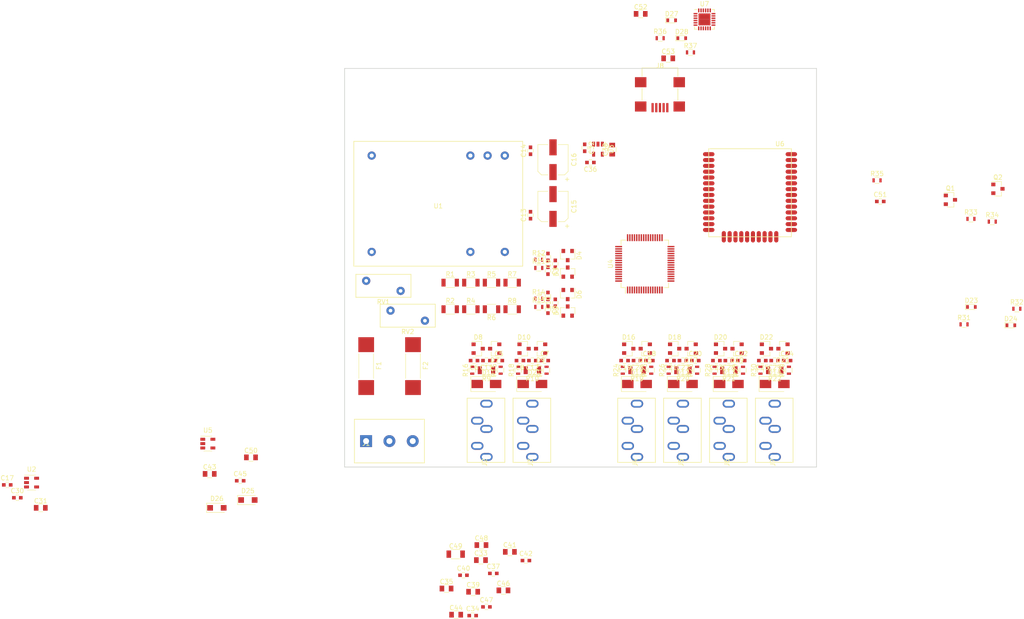
<source format=kicad_pcb>
(kicad_pcb (version 4) (host pcbnew 4.0.7)
  (layers (0 F.Cu signal) (1 In1.Cu signal) (2 In2.Cu signal) (31 B.Cu signal) (34 B.Paste user hide) (35 F.Paste user hide) (36 B.SilkS user) (37 F.SilkS user) (38 B.Mask user hide) (39 F.Mask user hide) (44 Edge.Cuts user))
  (net 0 "")
  (net 1 /L1_P)
  (net 2 /L1_N)
  (net 3 /L2_P)
  (net 4 /L2_N)
  (net 5 /I1_P)
  (net 6 /I1_N)
  (net 7 /I2_P)
  (net 8 /I2_N)
  (net 9 +5V)
  (net 10 -5V)
  (net 11 /I3_P)
  (net 12 /I3_N)
  (net 13 /I4_P)
  (net 14 /I4_N)
  (net 15 /I5_P)
  (net 16 /I5_N)
  (net 17 /I6_P)
  (net 18 /I6_N)
  (net 19 "Net-(C30-Pad1)")
  (net 20 +2.5V)
  (net 21 "Net-(C33-Pad1)")
  (net 22 -2.5V)
  (net 23 "Net-(C36-Pad1)")
  (net 24 +3V3)
  (net 25 "Net-(C43-Pad1)")
  (net 26 "Net-(C44-Pad1)")
  (net 27 "Net-(C46-Pad1)")
  (net 28 "Net-(C48-Pad1)")
  (net 29 "Net-(C49-Pad1)")
  (net 30 /RESET)
  (net 31 "Net-(C53-Pad1)")
  (net 32 "Net-(D1-Pad2)")
  (net 33 "Net-(D2-Pad2)")
  (net 34 "Net-(D11-Pad2)")
  (net 35 "Net-(D12-Pad2)")
  (net 36 "Net-(D13-Pad2)")
  (net 37 "Net-(D14-Pad2)")
  (net 38 "Net-(D23-Pad2)")
  (net 39 "Net-(D24-Pad2)")
  (net 40 "Net-(D27-Pad1)")
  (net 41 "Net-(D27-Pad2)")
  (net 42 "Net-(D28-Pad1)")
  (net 43 "Net-(D28-Pad2)")
  (net 44 "Net-(F1-Pad2)")
  (net 45 /L1)
  (net 46 "Net-(F2-Pad2)")
  (net 47 /L2)
  (net 48 "Net-(J2-Pad3)")
  (net 49 "Net-(J3-Pad3)")
  (net 50 "Net-(J4-Pad3)")
  (net 51 "Net-(J5-Pad3)")
  (net 52 "Net-(J6-Pad3)")
  (net 53 "Net-(J7-Pad3)")
  (net 54 /VUSB)
  (net 55 /D_N)
  (net 56 /D_P)
  (net 57 "Net-(J8-Pad4)")
  (net 58 "Net-(J8-Pad6)")
  (net 59 "Net-(Q1-Pad1)")
  (net 60 /RTS)
  (net 61 "Net-(Q2-Pad1)")
  (net 62 /DTR)
  (net 63 /GPIO0)
  (net 64 "Net-(R1-Pad2)")
  (net 65 "Net-(R2-Pad2)")
  (net 66 "Net-(R3-Pad2)")
  (net 67 "Net-(R4-Pad2)")
  (net 68 "Net-(R11-Pad1)")
  (net 69 "Net-(R13-Pad1)")
  (net 70 /LED)
  (net 71 "Net-(U4-Pad17)")
  (net 72 "Net-(U4-Pad18)")
  (net 73 "Net-(U4-Pad27)")
  (net 74 "Net-(U4-Pad29)")
  (net 75 /MOSI)
  (net 76 /PWDN)
  (net 77 /START)
  (net 78 /CS)
  (net 79 /SCK)
  (net 80 "Net-(U4-Pad42)")
  (net 81 /MISO)
  (net 82 "Net-(U4-Pad44)")
  (net 83 "Net-(U4-Pad45)")
  (net 84 "Net-(U4-Pad46)")
  (net 85 /DRDY)
  (net 86 "Net-(U4-Pad60)")
  (net 87 "Net-(U4-Pad61)")
  (net 88 "Net-(U4-Pad62)")
  (net 89 "Net-(U4-Pad63)")
  (net 90 "Net-(U4-Pad64)")
  (net 91 "Net-(U5-Pad4)")
  (net 92 "Net-(U6-Pad37)")
  (net 93 "Net-(U6-Pad36)")
  (net 94 /TXD0)
  (net 95 /RXD0)
  (net 96 "Net-(U6-Pad33)")
  (net 97 "Net-(U6-Pad32)")
  (net 98 "Net-(U6-Pad31)")
  (net 99 "Net-(U6-Pad30)")
  (net 100 "Net-(U6-Pad29)")
  (net 101 "Net-(U6-Pad28)")
  (net 102 "Net-(U6-Pad27)")
  (net 103 "Net-(U6-Pad26)")
  (net 104 "Net-(U6-Pad24)")
  (net 105 "Net-(U6-Pad22)")
  (net 106 "Net-(U6-Pad21)")
  (net 107 "Net-(U6-Pad20)")
  (net 108 "Net-(U6-Pad19)")
  (net 109 "Net-(U6-Pad18)")
  (net 110 "Net-(U6-Pad17)")
  (net 111 "Net-(U6-Pad12)")
  (net 112 "Net-(U6-Pad11)")
  (net 113 "Net-(U6-Pad10)")
  (net 114 "Net-(U6-Pad9)")
  (net 115 "Net-(U6-Pad8)")
  (net 116 "Net-(U6-Pad7)")
  (net 117 "Net-(U6-Pad6)")
  (net 118 "Net-(U6-Pad5)")
  (net 119 "Net-(U6-Pad4)")
  (net 120 "Net-(U7-Pad1)")
  (net 121 "Net-(U7-Pad9)")
  (net 122 "Net-(U7-Pad10)")
  (net 123 "Net-(U7-Pad11)")
  (net 124 "Net-(U7-Pad12)")
  (net 125 "Net-(U7-Pad15)")
  (net 126 "Net-(U7-Pad17)")
  (net 127 "Net-(U7-Pad18)")
  (net 128 "Net-(U7-Pad22)")
  (net 129 "Net-(U7-Pad24)")
  (net 130 GNDA)
  (module Capacitors_SMD:C_0603 (layer F.Cu) (at 134.3 77.2 270)
    (fp_text reference C1 (at 0 -1.5 270) (layer F.SilkS))
    (fp_text value 47p)
    (pad 2 smd rect (at 0.75 0 270) (size 0.8 0.75) (layers F.Cu F.Paste F.Mask) (net 130 GNDA))
    (pad 1 smd rect (at -0.75 0 270) (size 0.8 0.75) (layers F.Cu F.Paste F.Mask) (net 1 /L1_P))
  )
  (module Capacitors_SMD:C_0603 (layer F.Cu) (at 134.3 74.2 90)
    (fp_text reference C2 (at 0 -1.5 90) (layer F.SilkS))
    (fp_text value 47p)
    (pad 2 smd rect (at 0.75 0 90) (size 0.8 0.75) (layers F.Cu F.Paste F.Mask) (net 130 GNDA))
    (pad 1 smd rect (at -0.75 0 90) (size 0.8 0.75) (layers F.Cu F.Paste F.Mask) (net 2 /L1_N))
  )
  (module Capacitors_SMD:C_0603 (layer F.Cu) (at 134.3 85.7 270)
    (fp_text reference C3 (at 0 -1.5 270) (layer F.SilkS))
    (fp_text value 47p)
    (pad 2 smd rect (at 0.75 0 270) (size 0.8 0.75) (layers F.Cu F.Paste F.Mask) (net 130 GNDA))
    (pad 1 smd rect (at -0.75 0 270) (size 0.8 0.75) (layers F.Cu F.Paste F.Mask) (net 3 /L2_P))
  )
  (module Capacitors_SMD:C_0603 (layer F.Cu) (at 134.3 82.7 90)
    (fp_text reference C4 (at 0 -1.5 90) (layer F.SilkS))
    (fp_text value 47p)
    (pad 2 smd rect (at 0.75 0 90) (size 0.8 0.75) (layers F.Cu F.Paste F.Mask) (net 130 GNDA))
    (pad 1 smd rect (at -0.75 0 90) (size 0.8 0.75) (layers F.Cu F.Paste F.Mask) (net 4 /L2_N))
  )
  (module Capacitors_SMD:C_0603 (layer F.Cu) (at 123.6 96.8)
    (fp_text reference C5 (at 0 -1.5) (layer F.SilkS))
    (fp_text value 47p)
    (pad 2 smd rect (at 0.75 0) (size 0.8 0.75) (layers F.Cu F.Paste F.Mask) (net 130 GNDA))
    (pad 1 smd rect (at -0.75 0) (size 0.8 0.75) (layers F.Cu F.Paste F.Mask) (net 5 /I1_P))
  )
  (module Capacitors_SMD:C_0603 (layer F.Cu) (at 118.2 96.8 180)
    (fp_text reference C6 (at 0 -1.5 180) (layer F.SilkS))
    (fp_text value 47p)
    (pad 2 smd rect (at 0.75 0 180) (size 0.8 0.75) (layers F.Cu F.Paste F.Mask) (net 130 GNDA))
    (pad 1 smd rect (at -0.75 0 180) (size 0.8 0.75) (layers F.Cu F.Paste F.Mask) (net 6 /I1_N))
  )
  (module Capacitors_SMD:C_0603 (layer F.Cu) (at 133.6 96.8)
    (fp_text reference C7 (at 0 -1.5) (layer F.SilkS))
    (fp_text value 47p)
    (pad 2 smd rect (at 0.75 0) (size 0.8 0.75) (layers F.Cu F.Paste F.Mask) (net 130 GNDA))
    (pad 1 smd rect (at -0.75 0) (size 0.8 0.75) (layers F.Cu F.Paste F.Mask) (net 7 /I2_P))
  )
  (module Capacitors_SMD:C_0603 (layer F.Cu) (at 128.2 96.8 180)
    (fp_text reference C8 (at 0 -1.5 180) (layer F.SilkS))
    (fp_text value 47p)
    (pad 2 smd rect (at 0.75 0 180) (size 0.8 0.75) (layers F.Cu F.Paste F.Mask) (net 130 GNDA))
    (pad 1 smd rect (at -0.75 0 180) (size 0.8 0.75) (layers F.Cu F.Paste F.Mask) (net 8 /I2_N))
  )
  (module Capacitors_SMD:C_0603 (layer F.Cu) (at 135.9 75.7 90)
    (fp_text reference C9 (at 0 -1.5 90) (layer F.SilkS))
    (fp_text value 0.015u)
    (pad 2 smd rect (at 0.75 0 90) (size 0.8 0.75) (layers F.Cu F.Paste F.Mask) (net 2 /L1_N))
    (pad 1 smd rect (at -0.75 0 90) (size 0.8 0.75) (layers F.Cu F.Paste F.Mask) (net 1 /L1_P))
  )
  (module Capacitors_SMD:C_0603 (layer F.Cu) (at 135.9 84.2 90)
    (fp_text reference C10 (at 0 -1.5 90) (layer F.SilkS))
    (fp_text value 0.015u)
    (pad 2 smd rect (at 0.75 0 90) (size 0.8 0.75) (layers F.Cu F.Paste F.Mask) (net 4 /L2_N))
    (pad 1 smd rect (at -0.75 0 90) (size 0.8 0.75) (layers F.Cu F.Paste F.Mask) (net 3 /L2_P))
  )
  (module Capacitors_SMD:C_0603 (layer F.Cu) (at 120.9 96.8 180)
    (fp_text reference C11 (at 0 -1.5 180) (layer F.SilkS))
    (fp_text value 0.015u)
    (pad 2 smd rect (at 0.75 0 180) (size 0.8 0.75) (layers F.Cu F.Paste F.Mask) (net 6 /I1_N))
    (pad 1 smd rect (at -0.75 0 180) (size 0.8 0.75) (layers F.Cu F.Paste F.Mask) (net 5 /I1_P))
  )
  (module Capacitors_SMD:C_0603 (layer F.Cu) (at 130.9 96.8 180)
    (fp_text reference C12 (at 0 -1.5 180) (layer F.SilkS))
    (fp_text value 0.015u)
    (pad 2 smd rect (at 0.75 0 180) (size 0.8 0.75) (layers F.Cu F.Paste F.Mask) (net 8 /I2_N))
    (pad 1 smd rect (at -0.75 0 180) (size 0.8 0.75) (layers F.Cu F.Paste F.Mask) (net 7 /I2_P))
  )
  (module Capacitors_SMD:C_0603 (layer F.Cu) (at 130.5 65.1 90)
    (fp_text reference C13 (at 0 -1.5 90) (layer F.SilkS))
    (fp_text value 0.1u)
    (pad 2 smd rect (at 0.75 0 90) (size 0.8 0.75) (layers F.Cu F.Paste F.Mask) (net 130 GNDA))
    (pad 1 smd rect (at -0.75 0 90) (size 0.8 0.75) (layers F.Cu F.Paste F.Mask) (net 9 +5V))
  )
  (module Capacitors_SMD:C_0603 (layer F.Cu) (at 130.5 51.05 90)
    (fp_text reference C14 (at 0 -1.5 90) (layer F.SilkS))
    (fp_text value 0.1u)
    (pad 2 smd rect (at 0.75 0 90) (size 0.8 0.75) (layers F.Cu F.Paste F.Mask) (net 10 -5V))
    (pad 1 smd rect (at -0.75 0 90) (size 0.8 0.75) (layers F.Cu F.Paste F.Mask) (net 130 GNDA))
  )
  (module Capacitors_SMD:CP_Elec_6.3x5.8 (layer F.Cu) (at 135.4 63.2 90)
    (fp_text reference C15 (at 0 4.56 90) (layer F.SilkS))
    (fp_text value 47u)
    (fp_text user + (at -4.28 3.01 90) (layer F.SilkS))
    (pad 1 smd rect (at -2.7 0 270) (size 3.5 1.6) (layers F.Cu F.Paste F.Mask) (net 9 +5V))
    (pad 2 smd rect (at 2.7 0 270) (size 3.5 1.6) (layers F.Cu F.Paste F.Mask) (net 130 GNDA))
  )
  (module Capacitors_SMD:CP_Elec_6.3x5.8 (layer F.Cu) (at 135.4 53 90)
    (fp_text reference C16 (at 0 4.56 90) (layer F.SilkS))
    (fp_text value 47u)
    (fp_text user + (at -4.28 3.01 90) (layer F.SilkS))
    (pad 1 smd rect (at -2.7 0 270) (size 3.5 1.6) (layers F.Cu F.Paste F.Mask) (net 130 GNDA))
    (pad 2 smd rect (at 2.7 0 270) (size 3.5 1.6) (layers F.Cu F.Paste F.Mask) (net 10 -5V))
  )
  (module Capacitors_SMD:C_0603 (layer F.Cu) (at 16.5 123.9)
    (fp_text reference C17 (at 0 -1.5) (layer F.SilkS))
    (fp_text value 0.1u)
    (pad 2 smd rect (at 0.75 0) (size 0.8 0.75) (layers F.Cu F.Paste F.Mask) (net 130 GNDA))
    (pad 1 smd rect (at -0.75 0) (size 0.8 0.75) (layers F.Cu F.Paste F.Mask) (net 9 +5V))
  )
  (module Capacitors_SMD:C_0603 (layer F.Cu) (at 156.4 96.8)
    (fp_text reference C18 (at 0 -1.5) (layer F.SilkS))
    (fp_text value 47p)
    (pad 2 smd rect (at 0.75 0) (size 0.8 0.75) (layers F.Cu F.Paste F.Mask) (net 130 GNDA))
    (pad 1 smd rect (at -0.75 0) (size 0.8 0.75) (layers F.Cu F.Paste F.Mask) (net 11 /I3_P))
  )
  (module Capacitors_SMD:C_0603 (layer F.Cu) (at 151 96.8 180)
    (fp_text reference C19 (at 0 -1.5 180) (layer F.SilkS))
    (fp_text value 47p)
    (pad 2 smd rect (at 0.75 0 180) (size 0.8 0.75) (layers F.Cu F.Paste F.Mask) (net 130 GNDA))
    (pad 1 smd rect (at -0.75 0 180) (size 0.8 0.75) (layers F.Cu F.Paste F.Mask) (net 12 /I3_N))
  )
  (module Capacitors_SMD:C_0603 (layer F.Cu) (at 166.4 96.8)
    (fp_text reference C20 (at 0 -1.5) (layer F.SilkS))
    (fp_text value 47p)
    (pad 2 smd rect (at 0.75 0) (size 0.8 0.75) (layers F.Cu F.Paste F.Mask) (net 130 GNDA))
    (pad 1 smd rect (at -0.75 0) (size 0.8 0.75) (layers F.Cu F.Paste F.Mask) (net 13 /I4_P))
  )
  (module Capacitors_SMD:C_0603 (layer F.Cu) (at 161 96.8 180)
    (fp_text reference C21 (at 0 -1.5 180) (layer F.SilkS))
    (fp_text value 47p)
    (pad 2 smd rect (at 0.75 0 180) (size 0.8 0.75) (layers F.Cu F.Paste F.Mask) (net 130 GNDA))
    (pad 1 smd rect (at -0.75 0 180) (size 0.8 0.75) (layers F.Cu F.Paste F.Mask) (net 14 /I4_N))
  )
  (module Capacitors_SMD:C_0603 (layer F.Cu) (at 176.4 96.8)
    (fp_text reference C22 (at 0 -1.5) (layer F.SilkS))
    (fp_text value 47p)
    (pad 2 smd rect (at 0.75 0) (size 0.8 0.75) (layers F.Cu F.Paste F.Mask) (net 130 GNDA))
    (pad 1 smd rect (at -0.75 0) (size 0.8 0.75) (layers F.Cu F.Paste F.Mask) (net 15 /I5_P))
  )
  (module Capacitors_SMD:C_0603 (layer F.Cu) (at 171 96.8 180)
    (fp_text reference C23 (at 0 -1.5 180) (layer F.SilkS))
    (fp_text value 47p)
    (pad 2 smd rect (at 0.75 0 180) (size 0.8 0.75) (layers F.Cu F.Paste F.Mask) (net 130 GNDA))
    (pad 1 smd rect (at -0.75 0 180) (size 0.8 0.75) (layers F.Cu F.Paste F.Mask) (net 16 /I5_N))
  )
  (module Capacitors_SMD:C_0603 (layer F.Cu) (at 186.4 96.8)
    (fp_text reference C24 (at 0 -1.5) (layer F.SilkS))
    (fp_text value 47p)
    (pad 2 smd rect (at 0.75 0) (size 0.8 0.75) (layers F.Cu F.Paste F.Mask) (net 130 GNDA))
    (pad 1 smd rect (at -0.75 0) (size 0.8 0.75) (layers F.Cu F.Paste F.Mask) (net 17 /I6_P))
  )
  (module Capacitors_SMD:C_0603 (layer F.Cu) (at 181 96.8 180)
    (fp_text reference C25 (at 0 -1.5 180) (layer F.SilkS))
    (fp_text value 47p)
    (pad 2 smd rect (at 0.75 0 180) (size 0.8 0.75) (layers F.Cu F.Paste F.Mask) (net 130 GNDA))
    (pad 1 smd rect (at -0.75 0 180) (size 0.8 0.75) (layers F.Cu F.Paste F.Mask) (net 18 /I6_N))
  )
  (module Capacitors_SMD:C_0603 (layer F.Cu) (at 153.7 96.8 180)
    (fp_text reference C26 (at 0 -1.5 180) (layer F.SilkS))
    (fp_text value 0.015u)
    (pad 2 smd rect (at 0.75 0 180) (size 0.8 0.75) (layers F.Cu F.Paste F.Mask) (net 12 /I3_N))
    (pad 1 smd rect (at -0.75 0 180) (size 0.8 0.75) (layers F.Cu F.Paste F.Mask) (net 11 /I3_P))
  )
  (module Capacitors_SMD:C_0603 (layer F.Cu) (at 163.7 96.8 180)
    (fp_text reference C27 (at 0 -1.5 180) (layer F.SilkS))
    (fp_text value 0.015u)
    (pad 2 smd rect (at 0.75 0 180) (size 0.8 0.75) (layers F.Cu F.Paste F.Mask) (net 14 /I4_N))
    (pad 1 smd rect (at -0.75 0 180) (size 0.8 0.75) (layers F.Cu F.Paste F.Mask) (net 13 /I4_P))
  )
  (module Capacitors_SMD:C_0603 (layer F.Cu) (at 173.7 96.8 180)
    (fp_text reference C28 (at 0 -1.5 180) (layer F.SilkS))
    (fp_text value 0.015u)
    (pad 2 smd rect (at 0.75 0 180) (size 0.8 0.75) (layers F.Cu F.Paste F.Mask) (net 16 /I5_N))
    (pad 1 smd rect (at -0.75 0 180) (size 0.8 0.75) (layers F.Cu F.Paste F.Mask) (net 15 /I5_P))
  )
  (module Capacitors_SMD:C_0603 (layer F.Cu) (at 183.7 96.8 180)
    (fp_text reference C29 (at 0 -1.5 180) (layer F.SilkS))
    (fp_text value 0.015u)
    (pad 2 smd rect (at 0.75 0 180) (size 0.8 0.75) (layers F.Cu F.Paste F.Mask) (net 18 /I6_N))
    (pad 1 smd rect (at -0.75 0 180) (size 0.8 0.75) (layers F.Cu F.Paste F.Mask) (net 17 /I6_P))
  )
  (module Capacitors_SMD:C_0603 (layer F.Cu) (at 18.7 126.7)
    (fp_text reference C30 (at 0 -1.5) (layer F.SilkS))
    (fp_text value 0.01u)
    (pad 2 smd rect (at 0.75 0) (size 0.8 0.75) (layers F.Cu F.Paste F.Mask) (net 130 GNDA))
    (pad 1 smd rect (at -0.75 0) (size 0.8 0.75) (layers F.Cu F.Paste F.Mask) (net 19 "Net-(C30-Pad1)"))
  )
  (module Capacitors_SMD:C_0805 (layer F.Cu) (at 23.8 128.9)
    (fp_text reference C31 (at 0 -1.5) (layer F.SilkS))
    (fp_text value 10u)
    (pad 1 smd rect (at -1 0) (size 1 1.25) (layers F.Cu F.Paste F.Mask) (net 20 +2.5V))
    (pad 2 smd rect (at 1 0) (size 1 1.25) (layers F.Cu F.Paste F.Mask) (net 130 GNDA))
  )
  (module Capacitors_SMD:C_0603 (layer F.Cu) (at 142.3 50.4 270)
    (fp_text reference C32 (at 0 -1.5 270) (layer F.SilkS))
    (fp_text value 0.1u)
    (pad 2 smd rect (at 0.75 0 270) (size 0.8 0.75) (layers F.Cu F.Paste F.Mask) (net 130 GNDA))
    (pad 1 smd rect (at -0.75 0 270) (size 0.8 0.75) (layers F.Cu F.Paste F.Mask) (net 10 -5V))
  )
  (module Capacitors_SMD:C_0805 (layer F.Cu) (at 119.7 140.3)
    (fp_text reference C33 (at 0 -1.5) (layer F.SilkS))
    (fp_text value 10u)
    (pad 1 smd rect (at -1 0) (size 1 1.25) (layers F.Cu F.Paste F.Mask) (net 21 "Net-(C33-Pad1)"))
    (pad 2 smd rect (at 1 0) (size 1 1.25) (layers F.Cu F.Paste F.Mask) (net 22 -2.5V))
  )
  (module Capacitors_SMD:C_0603 (layer F.Cu) (at 117.9 152.4)
    (fp_text reference C34 (at 0 -1.5) (layer F.SilkS))
    (fp_text value 0.1u)
    (pad 2 smd rect (at 0.75 0) (size 0.8 0.75) (layers F.Cu F.Paste F.Mask) (net 22 -2.5V))
    (pad 1 smd rect (at -0.75 0) (size 0.8 0.75) (layers F.Cu F.Paste F.Mask) (net 21 "Net-(C33-Pad1)"))
  )
  (module Capacitors_SMD:C_0805 (layer F.Cu) (at 112.2 146.5)
    (fp_text reference C35 (at 0 -1.5) (layer F.SilkS))
    (fp_text value 1u)
    (pad 1 smd rect (at -1 0) (size 1 1.25) (layers F.Cu F.Paste F.Mask) (net 20 +2.5V))
    (pad 2 smd rect (at 1 0) (size 1 1.25) (layers F.Cu F.Paste F.Mask) (net 130 GNDA))
  )
  (module Capacitors_SMD:C_0603 (layer F.Cu) (at 143.55 53.6 180)
    (fp_text reference C36 (at 0 -1.5 180) (layer F.SilkS))
    (fp_text value 0.01u)
    (pad 2 smd rect (at 0.75 0 180) (size 0.8 0.75) (layers F.Cu F.Paste F.Mask) (net 130 GNDA))
    (pad 1 smd rect (at -0.75 0 180) (size 0.8 0.75) (layers F.Cu F.Paste F.Mask) (net 23 "Net-(C36-Pad1)"))
  )
  (module Capacitors_SMD:C_0603 (layer F.Cu) (at 122.4 143.2)
    (fp_text reference C37 (at 0 -1.5) (layer F.SilkS))
    (fp_text value 0.1u)
    (pad 2 smd rect (at 0.75 0) (size 0.8 0.75) (layers F.Cu F.Paste F.Mask) (net 130 GNDA))
    (pad 1 smd rect (at -0.75 0) (size 0.8 0.75) (layers F.Cu F.Paste F.Mask) (net 20 +2.5V))
  )
  (module Capacitors_SMD:C_0805 (layer F.Cu) (at 148.3 50.8 90)
    (fp_text reference C38 (at 0 -1.5 90) (layer F.SilkS))
    (fp_text value 10u)
    (pad 1 smd rect (at -1 0 90) (size 1 1.25) (layers F.Cu F.Paste F.Mask) (net 22 -2.5V))
    (pad 2 smd rect (at 1 0 90) (size 1 1.25) (layers F.Cu F.Paste F.Mask) (net 130 GNDA))
  )
  (module Capacitors_SMD:C_0805 (layer F.Cu) (at 118 147.2)
    (fp_text reference C39 (at 0 -1.5) (layer F.SilkS))
    (fp_text value 1u)
    (pad 1 smd rect (at -1 0) (size 1 1.25) (layers F.Cu F.Paste F.Mask) (net 22 -2.5V))
    (pad 2 smd rect (at 1 0) (size 1 1.25) (layers F.Cu F.Paste F.Mask) (net 130 GNDA))
  )
  (module Capacitors_SMD:C_0603 (layer F.Cu) (at 115.9 143.6)
    (fp_text reference C40 (at 0 -1.5) (layer F.SilkS))
    (fp_text value 0.1u)
    (pad 2 smd rect (at 0.75 0) (size 0.8 0.75) (layers F.Cu F.Paste F.Mask) (net 130 GNDA))
    (pad 1 smd rect (at -0.75 0) (size 0.8 0.75) (layers F.Cu F.Paste F.Mask) (net 22 -2.5V))
  )
  (module Capacitors_SMD:C_0805 (layer F.Cu) (at 126 138.5)
    (fp_text reference C41 (at 0 -1.5) (layer F.SilkS))
    (fp_text value 1u)
    (pad 1 smd rect (at -1 0) (size 1 1.25) (layers F.Cu F.Paste F.Mask) (net 24 +3V3))
    (pad 2 smd rect (at 1 0) (size 1 1.25) (layers F.Cu F.Paste F.Mask) (net 130 GNDA))
  )
  (module Capacitors_SMD:C_0603 (layer F.Cu) (at 129.5 140.4)
    (fp_text reference C42 (at 0 -1.5) (layer F.SilkS))
    (fp_text value 0.1u)
    (pad 2 smd rect (at 0.75 0) (size 0.8 0.75) (layers F.Cu F.Paste F.Mask) (net 130 GNDA))
    (pad 1 smd rect (at -0.75 0) (size 0.8 0.75) (layers F.Cu F.Paste F.Mask) (net 24 +3V3))
  )
  (module Capacitors_SMD:C_0805 (layer F.Cu) (at 60.6 121.5)
    (fp_text reference C43 (at 0 -1.5) (layer F.SilkS))
    (fp_text value 10u)
    (pad 1 smd rect (at -1 0) (size 1 1.25) (layers F.Cu F.Paste F.Mask) (net 25 "Net-(C43-Pad1)"))
    (pad 2 smd rect (at 1 0) (size 1 1.25) (layers F.Cu F.Paste F.Mask) (net 130 GNDA))
  )
  (module Capacitors_SMD:C_0805 (layer F.Cu) (at 114.3 152.2)
    (fp_text reference C44 (at 0 -1.5) (layer F.SilkS))
    (fp_text value 1u)
    (pad 1 smd rect (at -1 0) (size 1 1.25) (layers F.Cu F.Paste F.Mask) (net 26 "Net-(C44-Pad1)"))
    (pad 2 smd rect (at 1 0) (size 1 1.25) (layers F.Cu F.Paste F.Mask) (net 22 -2.5V))
  )
  (module Capacitors_SMD:C_0603 (layer F.Cu) (at 67.25 123)
    (fp_text reference C45 (at 0 -1.5) (layer F.SilkS))
    (fp_text value 0.1u)
    (pad 2 smd rect (at 0.75 0) (size 0.8 0.75) (layers F.Cu F.Paste F.Mask) (net 130 GNDA))
    (pad 1 smd rect (at -0.75 0) (size 0.8 0.75) (layers F.Cu F.Paste F.Mask) (net 25 "Net-(C43-Pad1)"))
  )
  (module Capacitors_SMD:C_0805 (layer F.Cu) (at 124.6 146.9)
    (fp_text reference C46 (at 0 -1.5) (layer F.SilkS))
    (fp_text value 1u)
    (pad 1 smd rect (at -1 0) (size 1 1.25) (layers F.Cu F.Paste F.Mask) (net 27 "Net-(C46-Pad1)"))
    (pad 2 smd rect (at 1 0) (size 1 1.25) (layers F.Cu F.Paste F.Mask) (net 22 -2.5V))
  )
  (module Capacitors_SMD:C_0603 (layer F.Cu) (at 120.9 150.5)
    (fp_text reference C47 (at 0 -1.5) (layer F.SilkS))
    (fp_text value 0.1u)
    (pad 2 smd rect (at 0.75 0) (size 0.8 0.75) (layers F.Cu F.Paste F.Mask) (net 22 -2.5V))
    (pad 1 smd rect (at -0.75 0) (size 0.8 0.75) (layers F.Cu F.Paste F.Mask) (net 27 "Net-(C46-Pad1)"))
  )
  (module Capacitors_SMD:C_0805 (layer F.Cu) (at 119.805001 137.025)
    (fp_text reference C48 (at 0 -1.5) (layer F.SilkS))
    (fp_text value 1u)
    (pad 1 smd rect (at -1 0) (size 1 1.25) (layers F.Cu F.Paste F.Mask) (net 28 "Net-(C48-Pad1)"))
    (pad 2 smd rect (at 1 0) (size 1 1.25) (layers F.Cu F.Paste F.Mask) (net 22 -2.5V))
  )
  (module Capacitors_SMD:C_1206 (layer F.Cu) (at 114.2 139)
    (fp_text reference C49 (at 0 -1.75) (layer F.SilkS))
    (fp_text value 22u)
    (pad 1 smd rect (at -1.5 0) (size 1 1.6) (layers F.Cu F.Paste F.Mask) (net 29 "Net-(C49-Pad1)"))
    (pad 2 smd rect (at 1.5 0) (size 1 1.6) (layers F.Cu F.Paste F.Mask) (net 22 -2.5V))
  )
  (module Capacitors_SMD:C_0805 (layer F.Cu) (at 69.6 117.9)
    (fp_text reference C50 (at 0 -1.5) (layer F.SilkS))
    (fp_text value 10u)
    (pad 1 smd rect (at -1 0) (size 1 1.25) (layers F.Cu F.Paste F.Mask) (net 24 +3V3))
    (pad 2 smd rect (at 1 0) (size 1 1.25) (layers F.Cu F.Paste F.Mask) (net 130 GNDA))
  )
  (module Capacitors_SMD:C_0603 (layer F.Cu) (at 206.7 62.1)
    (fp_text reference C51 (at 0 -1.5) (layer F.SilkS))
    (fp_text value 0.1u)
    (pad 2 smd rect (at 0.75 0) (size 0.8 0.75) (layers F.Cu F.Paste F.Mask) (net 130 GNDA))
    (pad 1 smd rect (at -0.75 0) (size 0.8 0.75) (layers F.Cu F.Paste F.Mask) (net 30 /RESET))
  )
  (module Capacitors_SMD:C_0805 (layer F.Cu) (at 154.5 21.2)
    (fp_text reference C52 (at 0 -1.5) (layer F.SilkS))
    (fp_text value 10u)
    (pad 1 smd rect (at -1 0) (size 1 1.25) (layers F.Cu F.Paste F.Mask) (net 24 +3V3))
    (pad 2 smd rect (at 1 0) (size 1 1.25) (layers F.Cu F.Paste F.Mask) (net 130 GNDA))
  )
  (module Capacitors_SMD:C_0805 (layer F.Cu) (at 160.5 30.9)
    (fp_text reference C53 (at 0 -1.5) (layer F.SilkS))
    (fp_text value 4.7u)
    (pad 1 smd rect (at -1 0) (size 1 1.25) (layers F.Cu F.Paste F.Mask) (net 31 "Net-(C53-Pad1)"))
    (pad 2 smd rect (at 1 0) (size 1 1.25) (layers F.Cu F.Paste F.Mask) (net 130 GNDA))
  )
  (module Diodes_SMD:D_SMA (layer F.Cu) (at 120.9 101.9)
    (fp_text reference D1 (at 0 -2.5) (layer F.SilkS))
    (fp_text value TVS)
    (pad 1 smd rect (at -2 0) (size 2.5 1.8) (layers F.Cu F.Paste F.Mask) (net 130 GNDA))
    (pad 2 smd rect (at 2 0) (size 2.5 1.8) (layers F.Cu F.Paste F.Mask) (net 32 "Net-(D1-Pad2)"))
  )
  (module Diodes_SMD:D_SMA (layer F.Cu) (at 130.9 101.9)
    (fp_text reference D2 (at 0 -2.5) (layer F.SilkS))
    (fp_text value TVS)
    (pad 1 smd rect (at -2 0) (size 2.5 1.8) (layers F.Cu F.Paste F.Mask) (net 130 GNDA))
    (pad 2 smd rect (at 2 0) (size 2.5 1.8) (layers F.Cu F.Paste F.Mask) (net 33 "Net-(D2-Pad2)"))
  )
  (module TO_SOT_Packages_SMD:SOT-23 (layer F.Cu) (at 138.6 77.5 90)
    (fp_text reference D3 (at 0 -2.5 90) (layer F.SilkS))
    (fp_text value BAV99)
    (pad 1 smd rect (at -1 -0.95 90) (size 0.9 0.8) (layers F.Cu F.Paste F.Mask) (net 22 -2.5V))
    (pad 2 smd rect (at -1 0.95 90) (size 0.9 0.8) (layers F.Cu F.Paste F.Mask) (net 20 +2.5V))
    (pad 3 smd rect (at 1 0 90) (size 0.9 0.8) (layers F.Cu F.Paste F.Mask) (net 1 /L1_P))
  )
  (module TO_SOT_Packages_SMD:SOT-23 (layer F.Cu) (at 138.6 73.9 270)
    (fp_text reference D4 (at 0 -2.5 270) (layer F.SilkS))
    (fp_text value BAV99)
    (pad 1 smd rect (at -1 -0.95 270) (size 0.9 0.8) (layers F.Cu F.Paste F.Mask) (net 22 -2.5V))
    (pad 2 smd rect (at -1 0.95 270) (size 0.9 0.8) (layers F.Cu F.Paste F.Mask) (net 20 +2.5V))
    (pad 3 smd rect (at 1 0 270) (size 0.9 0.8) (layers F.Cu F.Paste F.Mask) (net 2 /L1_N))
  )
  (module TO_SOT_Packages_SMD:SOT-23 (layer F.Cu) (at 138.6 86 90)
    (fp_text reference D5 (at 0 -2.5 90) (layer F.SilkS))
    (fp_text value BAV99)
    (pad 1 smd rect (at -1 -0.95 90) (size 0.9 0.8) (layers F.Cu F.Paste F.Mask) (net 22 -2.5V))
    (pad 2 smd rect (at -1 0.95 90) (size 0.9 0.8) (layers F.Cu F.Paste F.Mask) (net 20 +2.5V))
    (pad 3 smd rect (at 1 0 90) (size 0.9 0.8) (layers F.Cu F.Paste F.Mask) (net 3 /L2_P))
  )
  (module TO_SOT_Packages_SMD:SOT-23 (layer F.Cu) (at 138.6 82.4 270)
    (fp_text reference D6 (at 0 -2.5 270) (layer F.SilkS))
    (fp_text value BAV99)
    (pad 1 smd rect (at -1 -0.95 270) (size 0.9 0.8) (layers F.Cu F.Paste F.Mask) (net 22 -2.5V))
    (pad 2 smd rect (at -1 0.95 270) (size 0.9 0.8) (layers F.Cu F.Paste F.Mask) (net 20 +2.5V))
    (pad 3 smd rect (at 1 0 270) (size 0.9 0.8) (layers F.Cu F.Paste F.Mask) (net 4 /L2_N))
  )
  (module TO_SOT_Packages_SMD:SOT-23 (layer F.Cu) (at 122.7 94.2 180)
    (fp_text reference D7 (at 0 -2.5 180) (layer F.SilkS))
    (fp_text value BAV99)
    (pad 1 smd rect (at -1 -0.95 180) (size 0.9 0.8) (layers F.Cu F.Paste F.Mask) (net 22 -2.5V))
    (pad 2 smd rect (at -1 0.95 180) (size 0.9 0.8) (layers F.Cu F.Paste F.Mask) (net 20 +2.5V))
    (pad 3 smd rect (at 1 0 180) (size 0.9 0.8) (layers F.Cu F.Paste F.Mask) (net 5 /I1_P))
  )
  (module TO_SOT_Packages_SMD:SOT-23 (layer F.Cu) (at 119.1 94.2)
    (fp_text reference D8 (at 0 -2.5) (layer F.SilkS))
    (fp_text value BAV99)
    (pad 1 smd rect (at -1 -0.95) (size 0.9 0.8) (layers F.Cu F.Paste F.Mask) (net 22 -2.5V))
    (pad 2 smd rect (at -1 0.95) (size 0.9 0.8) (layers F.Cu F.Paste F.Mask) (net 20 +2.5V))
    (pad 3 smd rect (at 1 0) (size 0.9 0.8) (layers F.Cu F.Paste F.Mask) (net 6 /I1_N))
  )
  (module TO_SOT_Packages_SMD:SOT-23 (layer F.Cu) (at 132.7 94.2 180)
    (fp_text reference D9 (at 0 -2.5 180) (layer F.SilkS))
    (fp_text value BAV99)
    (pad 1 smd rect (at -1 -0.95 180) (size 0.9 0.8) (layers F.Cu F.Paste F.Mask) (net 22 -2.5V))
    (pad 2 smd rect (at -1 0.95 180) (size 0.9 0.8) (layers F.Cu F.Paste F.Mask) (net 20 +2.5V))
    (pad 3 smd rect (at 1 0 180) (size 0.9 0.8) (layers F.Cu F.Paste F.Mask) (net 7 /I2_P))
  )
  (module TO_SOT_Packages_SMD:SOT-23 (layer F.Cu) (at 129.1 94.2)
    (fp_text reference D10 (at 0 -2.5) (layer F.SilkS))
    (fp_text value BAV99)
    (pad 1 smd rect (at -1 -0.95) (size 0.9 0.8) (layers F.Cu F.Paste F.Mask) (net 22 -2.5V))
    (pad 2 smd rect (at -1 0.95) (size 0.9 0.8) (layers F.Cu F.Paste F.Mask) (net 20 +2.5V))
    (pad 3 smd rect (at 1 0) (size 0.9 0.8) (layers F.Cu F.Paste F.Mask) (net 8 /I2_N))
  )
  (module Diodes_SMD:D_SMA (layer F.Cu) (at 153.7 101.9)
    (fp_text reference D11 (at 0 -2.5) (layer F.SilkS))
    (fp_text value TVS)
    (pad 1 smd rect (at -2 0) (size 2.5 1.8) (layers F.Cu F.Paste F.Mask) (net 130 GNDA))
    (pad 2 smd rect (at 2 0) (size 2.5 1.8) (layers F.Cu F.Paste F.Mask) (net 34 "Net-(D11-Pad2)"))
  )
  (module Diodes_SMD:D_SMA (layer F.Cu) (at 163.7 101.9)
    (fp_text reference D12 (at 0 -2.5) (layer F.SilkS))
    (fp_text value TVS)
    (pad 1 smd rect (at -2 0) (size 2.5 1.8) (layers F.Cu F.Paste F.Mask) (net 130 GNDA))
    (pad 2 smd rect (at 2 0) (size 2.5 1.8) (layers F.Cu F.Paste F.Mask) (net 35 "Net-(D12-Pad2)"))
  )
  (module Diodes_SMD:D_SMA (layer F.Cu) (at 173.7 101.9)
    (fp_text reference D13 (at 0 -2.5) (layer F.SilkS))
    (fp_text value TVS)
    (pad 1 smd rect (at -2 0) (size 2.5 1.8) (layers F.Cu F.Paste F.Mask) (net 130 GNDA))
    (pad 2 smd rect (at 2 0) (size 2.5 1.8) (layers F.Cu F.Paste F.Mask) (net 36 "Net-(D13-Pad2)"))
  )
  (module Diodes_SMD:D_SMA (layer F.Cu) (at 183.7 101.9)
    (fp_text reference D14 (at 0 -2.5) (layer F.SilkS))
    (fp_text value TVS)
    (pad 1 smd rect (at -2 0) (size 2.5 1.8) (layers F.Cu F.Paste F.Mask) (net 130 GNDA))
    (pad 2 smd rect (at 2 0) (size 2.5 1.8) (layers F.Cu F.Paste F.Mask) (net 37 "Net-(D14-Pad2)"))
  )
  (module TO_SOT_Packages_SMD:SOT-23 (layer F.Cu) (at 155.5 94.2 180)
    (fp_text reference D15 (at 0 -2.5 180) (layer F.SilkS))
    (fp_text value BAV99)
    (pad 1 smd rect (at -1 -0.95 180) (size 0.9 0.8) (layers F.Cu F.Paste F.Mask) (net 22 -2.5V))
    (pad 2 smd rect (at -1 0.95 180) (size 0.9 0.8) (layers F.Cu F.Paste F.Mask) (net 20 +2.5V))
    (pad 3 smd rect (at 1 0 180) (size 0.9 0.8) (layers F.Cu F.Paste F.Mask) (net 11 /I3_P))
  )
  (module TO_SOT_Packages_SMD:SOT-23 (layer F.Cu) (at 151.9 94.2)
    (fp_text reference D16 (at 0 -2.5) (layer F.SilkS))
    (fp_text value BAV99)
    (pad 1 smd rect (at -1 -0.95) (size 0.9 0.8) (layers F.Cu F.Paste F.Mask) (net 22 -2.5V))
    (pad 2 smd rect (at -1 0.95) (size 0.9 0.8) (layers F.Cu F.Paste F.Mask) (net 20 +2.5V))
    (pad 3 smd rect (at 1 0) (size 0.9 0.8) (layers F.Cu F.Paste F.Mask) (net 12 /I3_N))
  )
  (module TO_SOT_Packages_SMD:SOT-23 (layer F.Cu) (at 165.5 94.2 180)
    (fp_text reference D17 (at 0 -2.5 180) (layer F.SilkS))
    (fp_text value BAV99)
    (pad 1 smd rect (at -1 -0.95 180) (size 0.9 0.8) (layers F.Cu F.Paste F.Mask) (net 22 -2.5V))
    (pad 2 smd rect (at -1 0.95 180) (size 0.9 0.8) (layers F.Cu F.Paste F.Mask) (net 20 +2.5V))
    (pad 3 smd rect (at 1 0 180) (size 0.9 0.8) (layers F.Cu F.Paste F.Mask) (net 13 /I4_P))
  )
  (module TO_SOT_Packages_SMD:SOT-23 (layer F.Cu) (at 161.9 94.2)
    (fp_text reference D18 (at 0 -2.5) (layer F.SilkS))
    (fp_text value BAV99)
    (pad 1 smd rect (at -1 -0.95) (size 0.9 0.8) (layers F.Cu F.Paste F.Mask) (net 22 -2.5V))
    (pad 2 smd rect (at -1 0.95) (size 0.9 0.8) (layers F.Cu F.Paste F.Mask) (net 20 +2.5V))
    (pad 3 smd rect (at 1 0) (size 0.9 0.8) (layers F.Cu F.Paste F.Mask) (net 14 /I4_N))
  )
  (module TO_SOT_Packages_SMD:SOT-23 (layer F.Cu) (at 175.5 94.2 180)
    (fp_text reference D19 (at 0 -2.5 180) (layer F.SilkS))
    (fp_text value BAV99)
    (pad 1 smd rect (at -1 -0.95 180) (size 0.9 0.8) (layers F.Cu F.Paste F.Mask) (net 22 -2.5V))
    (pad 2 smd rect (at -1 0.95 180) (size 0.9 0.8) (layers F.Cu F.Paste F.Mask) (net 20 +2.5V))
    (pad 3 smd rect (at 1 0 180) (size 0.9 0.8) (layers F.Cu F.Paste F.Mask) (net 15 /I5_P))
  )
  (module TO_SOT_Packages_SMD:SOT-23 (layer F.Cu) (at 171.9 94.2)
    (fp_text reference D20 (at 0 -2.5) (layer F.SilkS))
    (fp_text value BAV99)
    (pad 1 smd rect (at -1 -0.95) (size 0.9 0.8) (layers F.Cu F.Paste F.Mask) (net 22 -2.5V))
    (pad 2 smd rect (at -1 0.95) (size 0.9 0.8) (layers F.Cu F.Paste F.Mask) (net 20 +2.5V))
    (pad 3 smd rect (at 1 0) (size 0.9 0.8) (layers F.Cu F.Paste F.Mask) (net 16 /I5_N))
  )
  (module TO_SOT_Packages_SMD:SOT-23 (layer F.Cu) (at 185.5 94.2 180)
    (fp_text reference D21 (at 0 -2.5 180) (layer F.SilkS))
    (fp_text value BAV99)
    (pad 1 smd rect (at -1 -0.95 180) (size 0.9 0.8) (layers F.Cu F.Paste F.Mask) (net 22 -2.5V))
    (pad 2 smd rect (at -1 0.95 180) (size 0.9 0.8) (layers F.Cu F.Paste F.Mask) (net 20 +2.5V))
    (pad 3 smd rect (at 1 0 180) (size 0.9 0.8) (layers F.Cu F.Paste F.Mask) (net 17 /I6_P))
  )
  (module TO_SOT_Packages_SMD:SOT-23 (layer F.Cu) (at 181.9 94.2)
    (fp_text reference D22 (at 0 -2.5) (layer F.SilkS))
    (fp_text value BAV99)
    (pad 1 smd rect (at -1 -0.95) (size 0.9 0.8) (layers F.Cu F.Paste F.Mask) (net 22 -2.5V))
    (pad 2 smd rect (at -1 0.95) (size 0.9 0.8) (layers F.Cu F.Paste F.Mask) (net 20 +2.5V))
    (pad 3 smd rect (at 1 0) (size 0.9 0.8) (layers F.Cu F.Paste F.Mask) (net 18 /I6_N))
  )
  (module Diodes_SMD:D_0603 (layer F.Cu) (at 226.55 85.1)
    (fp_text reference D23 (at 0 -1.4) (layer F.SilkS))
    (fp_text value RED)
    (pad 1 smd rect (at -0.85 0) (size 0.6 0.8) (layers F.Cu F.Paste F.Mask) (net 130 GNDA))
    (pad 2 smd rect (at 0.85 0) (size 0.6 0.8) (layers F.Cu F.Paste F.Mask) (net 38 "Net-(D23-Pad2)"))
  )
  (module Diodes_SMD:D_0603 (layer F.Cu) (at 235.15 89.1)
    (fp_text reference D24 (at 0 -1.4) (layer F.SilkS))
    (fp_text value GRN)
    (pad 1 smd rect (at -0.85 0) (size 0.6 0.8) (layers F.Cu F.Paste F.Mask) (net 130 GNDA))
    (pad 2 smd rect (at 0.85 0) (size 0.6 0.8) (layers F.Cu F.Paste F.Mask) (net 39 "Net-(D24-Pad2)"))
  )
  (module Diodes_SMD:D_0603 (layer F.Cu) (at 161.25 22.6)
    (fp_text reference D27 (at 0 -1.4) (layer F.SilkS))
    (fp_text value RED)
    (pad 1 smd rect (at -0.85 0) (size 0.6 0.8) (layers F.Cu F.Paste F.Mask) (net 40 "Net-(D27-Pad1)"))
    (pad 2 smd rect (at 0.85 0) (size 0.6 0.8) (layers F.Cu F.Paste F.Mask) (net 41 "Net-(D27-Pad2)"))
  )
  (module Diodes_SMD:D_0603 (layer F.Cu) (at 163.45 26.5)
    (fp_text reference D28 (at 0 -1.4) (layer F.SilkS))
    (fp_text value GRN)
    (pad 1 smd rect (at -0.85 0) (size 0.6 0.8) (layers F.Cu F.Paste F.Mask) (net 42 "Net-(D28-Pad1)"))
    (pad 2 smd rect (at 0.85 0) (size 0.6 0.8) (layers F.Cu F.Paste F.Mask) (net 43 "Net-(D28-Pad2)"))
  )
  (module footprint:1888690 (layer F.Cu) (at 94.68 114.35)
    (fp_text reference J1 (at 0 0.5) (layer F.SilkS))
    (fp_text value Screw_Terminal_01x03)
    (pad 1 thru_hole rect (at 0 0) (size 2.6 2.6) (drill 1.3) (layers *.Cu *.Mask) (net 44 "Net-(F1-Pad2)"))
    (pad 2 thru_hole circle (at 5.08 0) (size 2.6 2.6) (drill 1.3) (layers *.Cu *.Mask) (net 130 GNDA))
    (pad 3 thru_hole circle (at 10.16 0) (size 2.6 2.6) (drill 1.3) (layers *.Cu *.Mask) (net 46 "Net-(F2-Pad2)"))
  )
  (module footprint:SJ1-3533NG (layer F.Cu) (at 120 119 90)
    (fp_text reference J2 (at 0 0.5 90) (layer F.SilkS))
    (fp_text value SJ1-3533NG)
    (pad 1 thru_hole oval (at 1.2 0.9 90) (size 1.7 2.7) (drill oval 1 2) (layers *.Cu *.Mask) (net 130 GNDA))
    (pad 2 thru_hole oval (at 3.6 -1.1 90) (size 1.7 2.7) (drill oval 1 2) (layers *.Cu *.Mask) (net 32 "Net-(D1-Pad2)"))
    (pad 3 thru_hole oval (at 9.1 -1.1 90) (size 1.7 2.7) (drill oval 1 2) (layers *.Cu *.Mask) (net 48 "Net-(J2-Pad3)"))
    (pad 4 thru_hole oval (at 12.8 0.9 90) (size 1.7 2.7) (drill oval 1 2) (layers *.Cu *.Mask))
    (pad 5 thru_hole oval (at 7.3 0.9 90) (size 1.7 2.7) (drill oval 1 2) (layers *.Cu *.Mask))
  )
  (module footprint:SJ1-3533NG (layer F.Cu) (at 130 119 90)
    (fp_text reference J3 (at 0 0.5 90) (layer F.SilkS))
    (fp_text value SJ1-3533NG)
    (pad 1 thru_hole oval (at 1.2 0.9 90) (size 1.7 2.7) (drill oval 1 2) (layers *.Cu *.Mask) (net 130 GNDA))
    (pad 2 thru_hole oval (at 3.6 -1.1 90) (size 1.7 2.7) (drill oval 1 2) (layers *.Cu *.Mask) (net 33 "Net-(D2-Pad2)"))
    (pad 3 thru_hole oval (at 9.1 -1.1 90) (size 1.7 2.7) (drill oval 1 2) (layers *.Cu *.Mask) (net 49 "Net-(J3-Pad3)"))
    (pad 4 thru_hole oval (at 12.8 0.9 90) (size 1.7 2.7) (drill oval 1 2) (layers *.Cu *.Mask))
    (pad 5 thru_hole oval (at 7.3 0.9 90) (size 1.7 2.7) (drill oval 1 2) (layers *.Cu *.Mask))
  )
  (module footprint:SJ1-3533NG (layer F.Cu) (at 152.8 119 90)
    (fp_text reference J4 (at 0 0.5 90) (layer F.SilkS))
    (fp_text value SJ1-3533NG)
    (pad 1 thru_hole oval (at 1.2 0.9 90) (size 1.7 2.7) (drill oval 1 2) (layers *.Cu *.Mask) (net 130 GNDA))
    (pad 2 thru_hole oval (at 3.6 -1.1 90) (size 1.7 2.7) (drill oval 1 2) (layers *.Cu *.Mask) (net 34 "Net-(D11-Pad2)"))
    (pad 3 thru_hole oval (at 9.1 -1.1 90) (size 1.7 2.7) (drill oval 1 2) (layers *.Cu *.Mask) (net 50 "Net-(J4-Pad3)"))
    (pad 4 thru_hole oval (at 12.8 0.9 90) (size 1.7 2.7) (drill oval 1 2) (layers *.Cu *.Mask))
    (pad 5 thru_hole oval (at 7.3 0.9 90) (size 1.7 2.7) (drill oval 1 2) (layers *.Cu *.Mask))
  )
  (module footprint:SJ1-3533NG (layer F.Cu) (at 162.8 119 90)
    (fp_text reference J5 (at 0 0.5 90) (layer F.SilkS))
    (fp_text value SJ1-3533NG)
    (pad 1 thru_hole oval (at 1.2 0.9 90) (size 1.7 2.7) (drill oval 1 2) (layers *.Cu *.Mask) (net 130 GNDA))
    (pad 2 thru_hole oval (at 3.6 -1.1 90) (size 1.7 2.7) (drill oval 1 2) (layers *.Cu *.Mask) (net 35 "Net-(D12-Pad2)"))
    (pad 3 thru_hole oval (at 9.1 -1.1 90) (size 1.7 2.7) (drill oval 1 2) (layers *.Cu *.Mask) (net 51 "Net-(J5-Pad3)"))
    (pad 4 thru_hole oval (at 12.8 0.9 90) (size 1.7 2.7) (drill oval 1 2) (layers *.Cu *.Mask))
    (pad 5 thru_hole oval (at 7.3 0.9 90) (size 1.7 2.7) (drill oval 1 2) (layers *.Cu *.Mask))
  )
  (module footprint:SJ1-3533NG (layer F.Cu) (at 172.8 119 90)
    (fp_text reference J6 (at 0 0.5 90) (layer F.SilkS))
    (fp_text value SJ1-3533NG)
    (pad 1 thru_hole oval (at 1.2 0.9 90) (size 1.7 2.7) (drill oval 1 2) (layers *.Cu *.Mask) (net 130 GNDA))
    (pad 2 thru_hole oval (at 3.6 -1.1 90) (size 1.7 2.7) (drill oval 1 2) (layers *.Cu *.Mask) (net 36 "Net-(D13-Pad2)"))
    (pad 3 thru_hole oval (at 9.1 -1.1 90) (size 1.7 2.7) (drill oval 1 2) (layers *.Cu *.Mask) (net 52 "Net-(J6-Pad3)"))
    (pad 4 thru_hole oval (at 12.8 0.9 90) (size 1.7 2.7) (drill oval 1 2) (layers *.Cu *.Mask))
    (pad 5 thru_hole oval (at 7.3 0.9 90) (size 1.7 2.7) (drill oval 1 2) (layers *.Cu *.Mask))
  )
  (module footprint:SJ1-3533NG (layer F.Cu) (at 182.8 119 90)
    (fp_text reference J7 (at 0 0.5 90) (layer F.SilkS))
    (fp_text value SJ1-3533NG)
    (pad 1 thru_hole oval (at 1.2 0.9 90) (size 1.7 2.7) (drill oval 1 2) (layers *.Cu *.Mask) (net 130 GNDA))
    (pad 2 thru_hole oval (at 3.6 -1.1 90) (size 1.7 2.7) (drill oval 1 2) (layers *.Cu *.Mask) (net 37 "Net-(D14-Pad2)"))
    (pad 3 thru_hole oval (at 9.1 -1.1 90) (size 1.7 2.7) (drill oval 1 2) (layers *.Cu *.Mask) (net 53 "Net-(J7-Pad3)"))
    (pad 4 thru_hole oval (at 12.8 0.9 90) (size 1.7 2.7) (drill oval 1 2) (layers *.Cu *.Mask))
    (pad 5 thru_hole oval (at 7.3 0.9 90) (size 1.7 2.7) (drill oval 1 2) (layers *.Cu *.Mask))
  )
  (module footprint:UX60-MB-5ST (layer F.Cu) (at 158.7 33 180)
    (fp_text reference J8 (at 0 0.5 180) (layer F.SilkS))
    (fp_text value USB_OTG)
    (pad 1 smd rect (at -1.6 -8.65 180) (size 0.5 2) (layers F.Cu F.Paste F.Mask) (net 54 /VUSB))
    (pad 2 smd rect (at -0.8 -8.65 180) (size 0.5 2) (layers F.Cu F.Paste F.Mask) (net 55 /D_N))
    (pad 3 smd rect (at 0 -8.65 180) (size 0.5 2) (layers F.Cu F.Paste F.Mask) (net 56 /D_P))
    (pad 4 smd rect (at 0.8 -8.65 180) (size 0.5 2) (layers F.Cu F.Paste F.Mask) (net 57 "Net-(J8-Pad4)"))
    (pad 5 smd rect (at 1.6 -8.65 180) (size 0.5 2) (layers F.Cu F.Paste F.Mask) (net 130 GNDA))
    (pad 6 smd rect (at -4.2 -8.4 180) (size 2.5 2.2) (layers F.Cu F.Paste F.Mask) (net 58 "Net-(J8-Pad6)"))
    (pad 6 smd rect (at -4.2 -3.1 180) (size 2.5 2.2) (layers F.Cu F.Paste F.Mask) (net 58 "Net-(J8-Pad6)"))
    (pad 6 smd rect (at 4.2 -8.4 180) (size 2.5 2.2) (layers F.Cu F.Paste F.Mask) (net 58 "Net-(J8-Pad6)"))
    (pad 6 smd rect (at 4.2 -3.1 180) (size 2.5 2.2) (layers F.Cu F.Paste F.Mask) (net 58 "Net-(J8-Pad6)"))
    (pad "" np_thru_hole circle (at -1.75 -6.4 180) (size 0.9 0.9) (drill 0.9) (layers *.Cu *.Mask))
    (pad "" np_thru_hole circle (at 1.75 -6.4 180) (size 0.9 0.9) (drill 0.9) (layers *.Cu *.Mask))
  )
  (module TO_SOT_Packages_SMD:SOT-23 (layer F.Cu) (at 221.978571 61.745)
    (fp_text reference Q1 (at 0 -2.5) (layer F.SilkS))
    (fp_text value MMBT2222)
    (pad 1 smd rect (at -1 -0.95) (size 0.9 0.8) (layers F.Cu F.Paste F.Mask) (net 59 "Net-(Q1-Pad1)"))
    (pad 2 smd rect (at -1 0.95) (size 0.9 0.8) (layers F.Cu F.Paste F.Mask) (net 60 /RTS))
    (pad 3 smd rect (at 1 0) (size 0.9 0.8) (layers F.Cu F.Paste F.Mask) (net 30 /RESET))
  )
  (module TO_SOT_Packages_SMD:SOT-23 (layer F.Cu) (at 232.328571 59.345)
    (fp_text reference Q2 (at 0 -2.5) (layer F.SilkS))
    (fp_text value MMBT2222)
    (pad 1 smd rect (at -1 -0.95) (size 0.9 0.8) (layers F.Cu F.Paste F.Mask) (net 61 "Net-(Q2-Pad1)"))
    (pad 2 smd rect (at -1 0.95) (size 0.9 0.8) (layers F.Cu F.Paste F.Mask) (net 62 /DTR))
    (pad 3 smd rect (at 1 0) (size 0.9 0.8) (layers F.Cu F.Paste F.Mask) (net 63 /GPIO0))
  )
  (module Resistors_SMD:R_1206 (layer F.Cu) (at 113 79.8)
    (fp_text reference R1 (at 0 -1.85) (layer F.SilkS))
    (fp_text value 200k)
    (pad 1 smd rect (at -1.45 0) (size 0.9 1.7) (layers F.Cu F.Paste F.Mask) (net 45 /L1))
    (pad 2 smd rect (at 1.45 0) (size 0.9 1.7) (layers F.Cu F.Paste F.Mask) (net 64 "Net-(R1-Pad2)"))
  )
  (module Resistors_SMD:R_1206 (layer F.Cu) (at 113 85.6)
    (fp_text reference R2 (at 0 -1.85) (layer F.SilkS))
    (fp_text value 200k)
    (pad 1 smd rect (at -1.45 0) (size 0.9 1.7) (layers F.Cu F.Paste F.Mask) (net 47 /L2))
    (pad 2 smd rect (at 1.45 0) (size 0.9 1.7) (layers F.Cu F.Paste F.Mask) (net 65 "Net-(R2-Pad2)"))
  )
  (module Resistors_SMD:R_1206 (layer F.Cu) (at 117.5 79.8)
    (fp_text reference R3 (at 0 -1.85) (layer F.SilkS))
    (fp_text value 200k)
    (pad 1 smd rect (at -1.45 0) (size 0.9 1.7) (layers F.Cu F.Paste F.Mask) (net 64 "Net-(R1-Pad2)"))
    (pad 2 smd rect (at 1.45 0) (size 0.9 1.7) (layers F.Cu F.Paste F.Mask) (net 66 "Net-(R3-Pad2)"))
  )
  (module Resistors_SMD:R_1206 (layer F.Cu) (at 117.5 85.6)
    (fp_text reference R4 (at 0 -1.85) (layer F.SilkS))
    (fp_text value 200k)
    (pad 1 smd rect (at -1.45 0) (size 0.9 1.7) (layers F.Cu F.Paste F.Mask) (net 65 "Net-(R2-Pad2)"))
    (pad 2 smd rect (at 1.45 0) (size 0.9 1.7) (layers F.Cu F.Paste F.Mask) (net 67 "Net-(R4-Pad2)"))
  )
  (module Resistors_SMD:R_1206 (layer F.Cu) (at 122 79.8)
    (fp_text reference R5 (at 0 -1.85) (layer F.SilkS))
    (fp_text value 200k)
    (pad 1 smd rect (at -1.45 0) (size 0.9 1.7) (layers F.Cu F.Paste F.Mask) (net 66 "Net-(R3-Pad2)"))
    (pad 2 smd rect (at 1.45 0) (size 0.9 1.7) (layers F.Cu F.Paste F.Mask) (net 68 "Net-(R11-Pad1)"))
  )
  (module Resistors_SMD:R_1206 (layer F.Cu) (at 122 85.6 180)
    (fp_text reference R6 (at 0 -1.85 180) (layer F.SilkS))
    (fp_text value 200k)
    (pad 1 smd rect (at -1.45 0 180) (size 0.9 1.7) (layers F.Cu F.Paste F.Mask) (net 67 "Net-(R4-Pad2)"))
    (pad 2 smd rect (at 1.45 0 180) (size 0.9 1.7) (layers F.Cu F.Paste F.Mask) (net 69 "Net-(R13-Pad1)"))
  )
  (module Resistors_SMD:R_1206 (layer F.Cu) (at 126.5 79.8)
    (fp_text reference R7 (at 0 -1.85) (layer F.SilkS))
    (fp_text value 4.7k)
    (pad 1 smd rect (at -1.45 0) (size 0.9 1.7) (layers F.Cu F.Paste F.Mask) (net 68 "Net-(R11-Pad1)"))
    (pad 2 smd rect (at 1.45 0) (size 0.9 1.7) (layers F.Cu F.Paste F.Mask) (net 130 GNDA))
  )
  (module Resistors_SMD:R_1206 (layer F.Cu) (at 126.5 85.6)
    (fp_text reference R8 (at 0 -1.85) (layer F.SilkS))
    (fp_text value 4.7k)
    (pad 1 smd rect (at -1.45 0) (size 0.9 1.7) (layers F.Cu F.Paste F.Mask) (net 69 "Net-(R13-Pad1)"))
    (pad 2 smd rect (at 1.45 0) (size 0.9 1.7) (layers F.Cu F.Paste F.Mask) (net 130 GNDA))
  )
  (module Resistors_SMD:R_1206 (layer F.Cu) (at 120.9 98.9 180)
    (fp_text reference R9 (at 0 -1.85 180) (layer F.SilkS))
    (fp_text value 22)
    (pad 1 smd rect (at -1.45 0 180) (size 0.9 1.7) (layers F.Cu F.Paste F.Mask) (net 32 "Net-(D1-Pad2)"))
    (pad 2 smd rect (at 1.45 0 180) (size 0.9 1.7) (layers F.Cu F.Paste F.Mask) (net 130 GNDA))
  )
  (module Resistors_SMD:R_1206 (layer F.Cu) (at 130.9 98.9 180)
    (fp_text reference R10 (at 0 -1.85 180) (layer F.SilkS))
    (fp_text value 22)
    (pad 1 smd rect (at -1.45 0 180) (size 0.9 1.7) (layers F.Cu F.Paste F.Mask) (net 33 "Net-(D2-Pad2)"))
    (pad 2 smd rect (at 1.45 0 180) (size 0.9 1.7) (layers F.Cu F.Paste F.Mask) (net 130 GNDA))
  )
  (module Resistors_SMD:R_0603 (layer F.Cu) (at 132.3 76.6)
    (fp_text reference R11 (at 0 -1.45) (layer F.SilkS))
    (fp_text value 1k)
    (pad 1 smd rect (at -0.75 0) (size 0.5 0.9) (layers F.Cu F.Paste F.Mask) (net 68 "Net-(R11-Pad1)"))
    (pad 2 smd rect (at 0.75 0) (size 0.5 0.9) (layers F.Cu F.Paste F.Mask) (net 1 /L1_P))
  )
  (module Resistors_SMD:R_0603 (layer F.Cu) (at 132.3 74.8)
    (fp_text reference R12 (at 0 -1.45) (layer F.SilkS))
    (fp_text value 1k)
    (pad 1 smd rect (at -0.75 0) (size 0.5 0.9) (layers F.Cu F.Paste F.Mask) (net 130 GNDA))
    (pad 2 smd rect (at 0.75 0) (size 0.5 0.9) (layers F.Cu F.Paste F.Mask) (net 2 /L1_N))
  )
  (module Resistors_SMD:R_0603 (layer F.Cu) (at 132.3 85.1)
    (fp_text reference R13 (at 0 -1.45) (layer F.SilkS))
    (fp_text value 1k)
    (pad 1 smd rect (at -0.75 0) (size 0.5 0.9) (layers F.Cu F.Paste F.Mask) (net 69 "Net-(R13-Pad1)"))
    (pad 2 smd rect (at 0.75 0) (size 0.5 0.9) (layers F.Cu F.Paste F.Mask) (net 3 /L2_P))
  )
  (module Resistors_SMD:R_0603 (layer F.Cu) (at 132.3 83.3)
    (fp_text reference R14 (at 0 -1.45) (layer F.SilkS))
    (fp_text value 1k)
    (pad 1 smd rect (at -0.75 0) (size 0.5 0.9) (layers F.Cu F.Paste F.Mask) (net 130 GNDA))
    (pad 2 smd rect (at 0.75 0) (size 0.5 0.9) (layers F.Cu F.Paste F.Mask) (net 4 /L2_N))
  )
  (module Resistors_SMD:R_0603 (layer F.Cu) (at 124 98.9 90)
    (fp_text reference R15 (at 0 -1.45 90) (layer F.SilkS))
    (fp_text value 1k)
    (pad 1 smd rect (at -0.75 0 90) (size 0.5 0.9) (layers F.Cu F.Paste F.Mask) (net 32 "Net-(D1-Pad2)"))
    (pad 2 smd rect (at 0.75 0 90) (size 0.5 0.9) (layers F.Cu F.Paste F.Mask) (net 5 /I1_P))
  )
  (module Resistors_SMD:R_0603 (layer F.Cu) (at 117.8 98.9 90)
    (fp_text reference R16 (at 0 -1.45 90) (layer F.SilkS))
    (fp_text value 1k)
    (pad 1 smd rect (at -0.75 0 90) (size 0.5 0.9) (layers F.Cu F.Paste F.Mask) (net 130 GNDA))
    (pad 2 smd rect (at 0.75 0 90) (size 0.5 0.9) (layers F.Cu F.Paste F.Mask) (net 6 /I1_N))
  )
  (module Resistors_SMD:R_0603 (layer F.Cu) (at 134 98.9 90)
    (fp_text reference R17 (at 0 -1.45 90) (layer F.SilkS))
    (fp_text value 1k)
    (pad 1 smd rect (at -0.75 0 90) (size 0.5 0.9) (layers F.Cu F.Paste F.Mask) (net 33 "Net-(D2-Pad2)"))
    (pad 2 smd rect (at 0.75 0 90) (size 0.5 0.9) (layers F.Cu F.Paste F.Mask) (net 7 /I2_P))
  )
  (module Resistors_SMD:R_0603 (layer F.Cu) (at 127.8 98.9 90)
    (fp_text reference R18 (at 0 -1.45 90) (layer F.SilkS))
    (fp_text value 1k)
    (pad 1 smd rect (at -0.75 0 90) (size 0.5 0.9) (layers F.Cu F.Paste F.Mask) (net 130 GNDA))
    (pad 2 smd rect (at 0.75 0 90) (size 0.5 0.9) (layers F.Cu F.Paste F.Mask) (net 8 /I2_N))
  )
  (module Resistors_SMD:R_1206 (layer F.Cu) (at 153.7 98.9 180)
    (fp_text reference R19 (at 0 -1.85 180) (layer F.SilkS))
    (fp_text value 22)
    (pad 1 smd rect (at -1.45 0 180) (size 0.9 1.7) (layers F.Cu F.Paste F.Mask) (net 34 "Net-(D11-Pad2)"))
    (pad 2 smd rect (at 1.45 0 180) (size 0.9 1.7) (layers F.Cu F.Paste F.Mask) (net 130 GNDA))
  )
  (module Resistors_SMD:R_1206 (layer F.Cu) (at 163.7 98.9 180)
    (fp_text reference R20 (at 0 -1.85 180) (layer F.SilkS))
    (fp_text value 22)
    (pad 1 smd rect (at -1.45 0 180) (size 0.9 1.7) (layers F.Cu F.Paste F.Mask) (net 35 "Net-(D12-Pad2)"))
    (pad 2 smd rect (at 1.45 0 180) (size 0.9 1.7) (layers F.Cu F.Paste F.Mask) (net 130 GNDA))
  )
  (module Resistors_SMD:R_1206 (layer F.Cu) (at 173.7 98.9 180)
    (fp_text reference R21 (at 0 -1.85 180) (layer F.SilkS))
    (fp_text value 22)
    (pad 1 smd rect (at -1.45 0 180) (size 0.9 1.7) (layers F.Cu F.Paste F.Mask) (net 36 "Net-(D13-Pad2)"))
    (pad 2 smd rect (at 1.45 0 180) (size 0.9 1.7) (layers F.Cu F.Paste F.Mask) (net 130 GNDA))
  )
  (module Resistors_SMD:R_1206 (layer F.Cu) (at 183.7 98.9 180)
    (fp_text reference R22 (at 0 -1.85 180) (layer F.SilkS))
    (fp_text value 22)
    (pad 1 smd rect (at -1.45 0 180) (size 0.9 1.7) (layers F.Cu F.Paste F.Mask) (net 37 "Net-(D14-Pad2)"))
    (pad 2 smd rect (at 1.45 0 180) (size 0.9 1.7) (layers F.Cu F.Paste F.Mask) (net 130 GNDA))
  )
  (module Resistors_SMD:R_0603 (layer F.Cu) (at 156.8 98.9 90)
    (fp_text reference R23 (at 0 -1.45 90) (layer F.SilkS))
    (fp_text value 1k)
    (pad 1 smd rect (at -0.75 0 90) (size 0.5 0.9) (layers F.Cu F.Paste F.Mask) (net 34 "Net-(D11-Pad2)"))
    (pad 2 smd rect (at 0.75 0 90) (size 0.5 0.9) (layers F.Cu F.Paste F.Mask) (net 11 /I3_P))
  )
  (module Resistors_SMD:R_0603 (layer F.Cu) (at 150.6 98.9 90)
    (fp_text reference R24 (at 0 -1.45 90) (layer F.SilkS))
    (fp_text value 1k)
    (pad 1 smd rect (at -0.75 0 90) (size 0.5 0.9) (layers F.Cu F.Paste F.Mask) (net 130 GNDA))
    (pad 2 smd rect (at 0.75 0 90) (size 0.5 0.9) (layers F.Cu F.Paste F.Mask) (net 12 /I3_N))
  )
  (module Resistors_SMD:R_0603 (layer F.Cu) (at 166.8 98.9 90)
    (fp_text reference R25 (at 0 -1.45 90) (layer F.SilkS))
    (fp_text value 1k)
    (pad 1 smd rect (at -0.75 0 90) (size 0.5 0.9) (layers F.Cu F.Paste F.Mask) (net 35 "Net-(D12-Pad2)"))
    (pad 2 smd rect (at 0.75 0 90) (size 0.5 0.9) (layers F.Cu F.Paste F.Mask) (net 13 /I4_P))
  )
  (module Resistors_SMD:R_0603 (layer F.Cu) (at 160.6 98.9 90)
    (fp_text reference R26 (at 0 -1.45 90) (layer F.SilkS))
    (fp_text value 1k)
    (pad 1 smd rect (at -0.75 0 90) (size 0.5 0.9) (layers F.Cu F.Paste F.Mask) (net 130 GNDA))
    (pad 2 smd rect (at 0.75 0 90) (size 0.5 0.9) (layers F.Cu F.Paste F.Mask) (net 14 /I4_N))
  )
  (module Resistors_SMD:R_0603 (layer F.Cu) (at 176.8 98.9 90)
    (fp_text reference R27 (at 0 -1.45 90) (layer F.SilkS))
    (fp_text value 1k)
    (pad 1 smd rect (at -0.75 0 90) (size 0.5 0.9) (layers F.Cu F.Paste F.Mask) (net 36 "Net-(D13-Pad2)"))
    (pad 2 smd rect (at 0.75 0 90) (size 0.5 0.9) (layers F.Cu F.Paste F.Mask) (net 15 /I5_P))
  )
  (module Resistors_SMD:R_0603 (layer F.Cu) (at 170.6 98.9 90)
    (fp_text reference R28 (at 0 -1.45 90) (layer F.SilkS))
    (fp_text value 1k)
    (pad 1 smd rect (at -0.75 0 90) (size 0.5 0.9) (layers F.Cu F.Paste F.Mask) (net 130 GNDA))
    (pad 2 smd rect (at 0.75 0 90) (size 0.5 0.9) (layers F.Cu F.Paste F.Mask) (net 16 /I5_N))
  )
  (module Resistors_SMD:R_0603 (layer F.Cu) (at 186.8 98.9 90)
    (fp_text reference R29 (at 0 -1.45 90) (layer F.SilkS))
    (fp_text value 1k)
    (pad 1 smd rect (at -0.75 0 90) (size 0.5 0.9) (layers F.Cu F.Paste F.Mask) (net 37 "Net-(D14-Pad2)"))
    (pad 2 smd rect (at 0.75 0 90) (size 0.5 0.9) (layers F.Cu F.Paste F.Mask) (net 17 /I6_P))
  )
  (module Resistors_SMD:R_0603 (layer F.Cu) (at 180.6 98.9 90)
    (fp_text reference R30 (at 0 -1.45 90) (layer F.SilkS))
    (fp_text value 1k)
    (pad 1 smd rect (at -0.75 0 90) (size 0.5 0.9) (layers F.Cu F.Paste F.Mask) (net 130 GNDA))
    (pad 2 smd rect (at 0.75 0 90) (size 0.5 0.9) (layers F.Cu F.Paste F.Mask) (net 18 /I6_N))
  )
  (module Resistors_SMD:R_0603 (layer F.Cu) (at 224.95 88.9)
    (fp_text reference R31 (at 0 -1.45) (layer F.SilkS))
    (fp_text value 1k)
    (pad 1 smd rect (at -0.75 0) (size 0.5 0.9) (layers F.Cu F.Paste F.Mask) (net 24 +3V3))
    (pad 2 smd rect (at 0.75 0) (size 0.5 0.9) (layers F.Cu F.Paste F.Mask) (net 38 "Net-(D23-Pad2)"))
  )
  (module Resistors_SMD:R_0603 (layer F.Cu) (at 236.45 85.5)
    (fp_text reference R32 (at 0 -1.45) (layer F.SilkS))
    (fp_text value 1k)
    (pad 1 smd rect (at -0.75 0) (size 0.5 0.9) (layers F.Cu F.Paste F.Mask) (net 70 /LED))
    (pad 2 smd rect (at 0.75 0) (size 0.5 0.9) (layers F.Cu F.Paste F.Mask) (net 39 "Net-(D24-Pad2)"))
  )
  (module Resistors_SMD:R_0603 (layer F.Cu) (at 226.45 65.9)
    (fp_text reference R33 (at 0 -1.45) (layer F.SilkS))
    (fp_text value 10k)
    (pad 1 smd rect (at -0.75 0) (size 0.5 0.9) (layers F.Cu F.Paste F.Mask) (net 59 "Net-(Q1-Pad1)"))
    (pad 2 smd rect (at 0.75 0) (size 0.5 0.9) (layers F.Cu F.Paste F.Mask) (net 62 /DTR))
  )
  (module Resistors_SMD:R_0603 (layer F.Cu) (at 231.1 66.5)
    (fp_text reference R34 (at 0 -1.45) (layer F.SilkS))
    (fp_text value 10k)
    (pad 1 smd rect (at -0.75 0) (size 0.5 0.9) (layers F.Cu F.Paste F.Mask) (net 61 "Net-(Q2-Pad1)"))
    (pad 2 smd rect (at 0.75 0) (size 0.5 0.9) (layers F.Cu F.Paste F.Mask) (net 60 /RTS))
  )
  (module Resistors_SMD:R_0603 (layer F.Cu) (at 206 57.5)
    (fp_text reference R35 (at 0 -1.45) (layer F.SilkS))
    (fp_text value 10k)
    (pad 1 smd rect (at -0.75 0) (size 0.5 0.9) (layers F.Cu F.Paste F.Mask) (net 30 /RESET))
    (pad 2 smd rect (at 0.75 0) (size 0.5 0.9) (layers F.Cu F.Paste F.Mask) (net 24 +3V3))
  )
  (module Resistors_SMD:R_0603 (layer F.Cu) (at 158.75 26.5)
    (fp_text reference R36 (at 0 -1.45) (layer F.SilkS))
    (fp_text value 1k)
    (pad 1 smd rect (at -0.75 0) (size 0.5 0.9) (layers F.Cu F.Paste F.Mask) (net 24 +3V3))
    (pad 2 smd rect (at 0.75 0) (size 0.5 0.9) (layers F.Cu F.Paste F.Mask) (net 41 "Net-(D27-Pad2)"))
  )
  (module Resistors_SMD:R_0603 (layer F.Cu) (at 165.35 29.6)
    (fp_text reference R37 (at 0 -1.45) (layer F.SilkS))
    (fp_text value 1k)
    (pad 1 smd rect (at -0.75 0) (size 0.5 0.9) (layers F.Cu F.Paste F.Mask) (net 24 +3V3))
    (pad 2 smd rect (at 0.75 0) (size 0.5 0.9) (layers F.Cu F.Paste F.Mask) (net 43 "Net-(D28-Pad2)"))
  )
  (module footprint:RAC04 (layer F.Cu) (at 110.4 62.6)
    (fp_text reference U1 (at 0 0.5) (layer F.SilkS))
    (fp_text value RAC04)
    (pad 1 thru_hole circle (at -14.5 -10.5) (size 1.8 1.8) (drill 0.9) (layers *.Cu *.Mask))
    (pad 2 thru_hole circle (at 7 -10.5) (size 1.8 1.8) (drill 0.9) (layers *.Cu *.Mask) (net 9 +5V))
    (pad 3 thru_hole circle (at 10.75 -10.5) (size 1.8 1.8) (drill 0.9) (layers *.Cu *.Mask) (net 130 GNDA))
    (pad 4 thru_hole circle (at 14.5 -10.5) (size 1.8 1.8) (drill 0.9) (layers *.Cu *.Mask) (net 10 -5V))
    (pad 5 thru_hole circle (at 14.5 10.5) (size 1.8 1.8) (drill 0.9) (layers *.Cu *.Mask) (net 45 /L1))
    (pad 6 thru_hole circle (at 7 10.5) (size 1.8 1.8) (drill 0.9) (layers *.Cu *.Mask) (net 130 GNDA))
    (pad 7 thru_hole circle (at -14.5 10.5) (size 1.8 1.8) (drill 0.9) (layers *.Cu *.Mask))
  )
  (module TO_SOT_Packages_SMD:SOT-23-5 (layer F.Cu) (at 21.8 123.4)
    (fp_text reference U2 (at 0 -2.9) (layer F.SilkS))
    (fp_text value TPS730)
    (pad 1 smd rect (at -1.1 -0.95) (size 1.06 0.65) (layers F.Cu F.Paste F.Mask) (net 9 +5V))
    (pad 2 smd rect (at -1.1 0) (size 1.06 0.65) (layers F.Cu F.Paste F.Mask) (net 130 GNDA))
    (pad 3 smd rect (at -1.1 0.95) (size 1.06 0.65) (layers F.Cu F.Paste F.Mask) (net 9 +5V))
    (pad 4 smd rect (at 1.1 0.95) (size 1.06 0.65) (layers F.Cu F.Paste F.Mask) (net 19 "Net-(C30-Pad1)"))
    (pad 5 smd rect (at 1.1 -0.95) (size 1.06 0.65) (layers F.Cu F.Paste F.Mask) (net 20 +2.5V))
  )
  (module TO_SOT_Packages_SMD:SOT-23-5 (layer F.Cu) (at 145.2 50.7 270)
    (fp_text reference U3 (at 0 -2.9 270) (layer F.SilkS))
    (fp_text value TPS723)
    (pad 1 smd rect (at -1.1 -0.95 270) (size 1.06 0.65) (layers F.Cu F.Paste F.Mask) (net 130 GNDA))
    (pad 2 smd rect (at -1.1 0 270) (size 1.06 0.65) (layers F.Cu F.Paste F.Mask) (net 10 -5V))
    (pad 3 smd rect (at -1.1 0.95 270) (size 1.06 0.65) (layers F.Cu F.Paste F.Mask) (net 10 -5V))
    (pad 4 smd rect (at 1.1 0.95 270) (size 1.06 0.65) (layers F.Cu F.Paste F.Mask) (net 23 "Net-(C36-Pad1)"))
    (pad 5 smd rect (at 1.1 -0.95 270) (size 1.06 0.65) (layers F.Cu F.Paste F.Mask) (net 22 -2.5V))
  )
  (module Housings_QFP:TQFP-64_10x10mm_Pitch0.5mm (layer F.Cu) (at 155.4 75.7 90)
    (fp_text reference U4 (at 0 -7.45 90) (layer F.SilkS))
    (fp_text value ADS131E08)
    (pad 1 smd rect (at -5.7 -3.75 90) (size 1.5 0.3) (layers F.Cu F.Paste F.Mask) (net 2 /L1_N))
    (pad 2 smd rect (at -5.7 -3.25 90) (size 1.5 0.3) (layers F.Cu F.Paste F.Mask) (net 1 /L1_P))
    (pad 3 smd rect (at -5.7 -2.75 90) (size 1.5 0.3) (layers F.Cu F.Paste F.Mask) (net 4 /L2_N))
    (pad 4 smd rect (at -5.7 -2.25 90) (size 1.5 0.3) (layers F.Cu F.Paste F.Mask) (net 3 /L2_P))
    (pad 5 smd rect (at -5.7 -1.75 90) (size 1.5 0.3) (layers F.Cu F.Paste F.Mask) (net 6 /I1_N))
    (pad 6 smd rect (at -5.7 -1.25 90) (size 1.5 0.3) (layers F.Cu F.Paste F.Mask) (net 5 /I1_P))
    (pad 7 smd rect (at -5.7 -0.75 90) (size 1.5 0.3) (layers F.Cu F.Paste F.Mask) (net 8 /I2_N))
    (pad 8 smd rect (at -5.7 -0.25 90) (size 1.5 0.3) (layers F.Cu F.Paste F.Mask) (net 7 /I2_P))
    (pad 9 smd rect (at -5.7 0.25 90) (size 1.5 0.3) (layers F.Cu F.Paste F.Mask) (net 12 /I3_N))
    (pad 10 smd rect (at -5.7 0.75 90) (size 1.5 0.3) (layers F.Cu F.Paste F.Mask) (net 11 /I3_P))
    (pad 11 smd rect (at -5.7 1.25 90) (size 1.5 0.3) (layers F.Cu F.Paste F.Mask) (net 14 /I4_N))
    (pad 12 smd rect (at -5.7 1.75 90) (size 1.5 0.3) (layers F.Cu F.Paste F.Mask) (net 13 /I4_P))
    (pad 13 smd rect (at -5.7 2.25 90) (size 1.5 0.3) (layers F.Cu F.Paste F.Mask) (net 16 /I5_N))
    (pad 14 smd rect (at -5.7 2.75 90) (size 1.5 0.3) (layers F.Cu F.Paste F.Mask) (net 15 /I5_P))
    (pad 15 smd rect (at -5.7 3.25 90) (size 1.5 0.3) (layers F.Cu F.Paste F.Mask) (net 18 /I6_N))
    (pad 16 smd rect (at -5.7 3.75 90) (size 1.5 0.3) (layers F.Cu F.Paste F.Mask) (net 17 /I6_P))
    (pad 17 smd rect (at -3.75 5.7 180) (size 1.5 0.3) (layers F.Cu F.Paste F.Mask) (net 71 "Net-(U4-Pad17)"))
    (pad 18 smd rect (at -3.25 5.7 180) (size 1.5 0.3) (layers F.Cu F.Paste F.Mask) (net 72 "Net-(U4-Pad18)"))
    (pad 19 smd rect (at -2.75 5.7 180) (size 1.5 0.3) (layers F.Cu F.Paste F.Mask) (net 20 +2.5V))
    (pad 20 smd rect (at -2.25 5.7 180) (size 1.5 0.3) (layers F.Cu F.Paste F.Mask) (net 22 -2.5V))
    (pad 21 smd rect (at -1.75 5.7 180) (size 1.5 0.3) (layers F.Cu F.Paste F.Mask) (net 20 +2.5V))
    (pad 22 smd rect (at -1.25 5.7 180) (size 1.5 0.3) (layers F.Cu F.Paste F.Mask) (net 20 +2.5V))
    (pad 23 smd rect (at -0.75 5.7 180) (size 1.5 0.3) (layers F.Cu F.Paste F.Mask) (net 22 -2.5V))
    (pad 24 smd rect (at -0.25 5.7 180) (size 1.5 0.3) (layers F.Cu F.Paste F.Mask) (net 21 "Net-(C33-Pad1)"))
    (pad 25 smd rect (at 0.25 5.7 180) (size 1.5 0.3) (layers F.Cu F.Paste F.Mask) (net 22 -2.5V))
    (pad 26 smd rect (at 0.75 5.7 180) (size 1.5 0.3) (layers F.Cu F.Paste F.Mask) (net 26 "Net-(C44-Pad1)"))
    (pad 27 smd rect (at 1.25 5.7 180) (size 1.5 0.3) (layers F.Cu F.Paste F.Mask) (net 73 "Net-(U4-Pad27)"))
    (pad 28 smd rect (at 1.75 5.7 180) (size 1.5 0.3) (layers F.Cu F.Paste F.Mask) (net 29 "Net-(C49-Pad1)"))
    (pad 29 smd rect (at 2.25 5.7 180) (size 1.5 0.3) (layers F.Cu F.Paste F.Mask) (net 74 "Net-(U4-Pad29)"))
    (pad 30 smd rect (at 2.75 5.7 180) (size 1.5 0.3) (layers F.Cu F.Paste F.Mask) (net 28 "Net-(C48-Pad1)"))
    (pad 31 smd rect (at 3.25 5.7 180) (size 1.5 0.3) (layers F.Cu F.Paste F.Mask) (net 130 GNDA))
    (pad 32 smd rect (at 3.75 5.7 180) (size 1.5 0.3) (layers F.Cu F.Paste F.Mask) (net 22 -2.5V))
    (pad 33 smd rect (at 5.7 3.75 90) (size 1.5 0.3) (layers F.Cu F.Paste F.Mask) (net 130 GNDA))
    (pad 34 smd rect (at 5.7 3.25 90) (size 1.5 0.3) (layers F.Cu F.Paste F.Mask) (net 75 /MOSI))
    (pad 35 smd rect (at 5.7 2.75 90) (size 1.5 0.3) (layers F.Cu F.Paste F.Mask) (net 76 /PWDN))
    (pad 36 smd rect (at 5.7 2.25 90) (size 1.5 0.3) (layers F.Cu F.Paste F.Mask) (net 30 /RESET))
    (pad 37 smd rect (at 5.7 1.75 90) (size 1.5 0.3) (layers F.Cu F.Paste F.Mask) (net 130 GNDA))
    (pad 38 smd rect (at 5.7 1.25 90) (size 1.5 0.3) (layers F.Cu F.Paste F.Mask) (net 77 /START))
    (pad 39 smd rect (at 5.7 0.75 90) (size 1.5 0.3) (layers F.Cu F.Paste F.Mask) (net 78 /CS))
    (pad 40 smd rect (at 5.7 0.25 90) (size 1.5 0.3) (layers F.Cu F.Paste F.Mask) (net 79 /SCK))
    (pad 41 smd rect (at 5.7 -0.25 90) (size 1.5 0.3) (layers F.Cu F.Paste F.Mask) (net 130 GNDA))
    (pad 42 smd rect (at 5.7 -0.75 90) (size 1.5 0.3) (layers F.Cu F.Paste F.Mask) (net 80 "Net-(U4-Pad42)"))
    (pad 43 smd rect (at 5.7 -1.25 90) (size 1.5 0.3) (layers F.Cu F.Paste F.Mask) (net 81 /MISO))
    (pad 44 smd rect (at 5.7 -1.75 90) (size 1.5 0.3) (layers F.Cu F.Paste F.Mask) (net 82 "Net-(U4-Pad44)"))
    (pad 45 smd rect (at 5.7 -2.25 90) (size 1.5 0.3) (layers F.Cu F.Paste F.Mask) (net 83 "Net-(U4-Pad45)"))
    (pad 46 smd rect (at 5.7 -2.75 90) (size 1.5 0.3) (layers F.Cu F.Paste F.Mask) (net 84 "Net-(U4-Pad46)"))
    (pad 47 smd rect (at 5.7 -3.25 90) (size 1.5 0.3) (layers F.Cu F.Paste F.Mask) (net 85 /DRDY))
    (pad 48 smd rect (at 5.7 -3.75 90) (size 1.5 0.3) (layers F.Cu F.Paste F.Mask) (net 24 +3V3))
    (pad 49 smd rect (at 3.75 -5.7 180) (size 1.5 0.3) (layers F.Cu F.Paste F.Mask) (net 130 GNDA))
    (pad 50 smd rect (at 3.25 -5.7 180) (size 1.5 0.3) (layers F.Cu F.Paste F.Mask) (net 24 +3V3))
    (pad 51 smd rect (at 2.75 -5.7 180) (size 1.5 0.3) (layers F.Cu F.Paste F.Mask) (net 130 GNDA))
    (pad 52 smd rect (at 2.25 -5.7 180) (size 1.5 0.3) (layers F.Cu F.Paste F.Mask) (net 24 +3V3))
    (pad 53 smd rect (at 1.75 -5.7 180) (size 1.5 0.3) (layers F.Cu F.Paste F.Mask) (net 22 -2.5V))
    (pad 54 smd rect (at 1.25 -5.7 180) (size 1.5 0.3) (layers F.Cu F.Paste F.Mask) (net 20 +2.5V))
    (pad 55 smd rect (at 0.75 -5.7 180) (size 1.5 0.3) (layers F.Cu F.Paste F.Mask) (net 27 "Net-(C46-Pad1)"))
    (pad 56 smd rect (at 0.25 -5.7 180) (size 1.5 0.3) (layers F.Cu F.Paste F.Mask) (net 20 +2.5V))
    (pad 57 smd rect (at -0.25 -5.7 180) (size 1.5 0.3) (layers F.Cu F.Paste F.Mask) (net 22 -2.5V))
    (pad 58 smd rect (at -0.75 -5.7 180) (size 1.5 0.3) (layers F.Cu F.Paste F.Mask) (net 22 -2.5V))
    (pad 59 smd rect (at -1.25 -5.7 180) (size 1.5 0.3) (layers F.Cu F.Paste F.Mask) (net 20 +2.5V))
    (pad 60 smd rect (at -1.75 -5.7 180) (size 1.5 0.3) (layers F.Cu F.Paste F.Mask) (net 86 "Net-(U4-Pad60)"))
    (pad 61 smd rect (at -2.25 -5.7 180) (size 1.5 0.3) (layers F.Cu F.Paste F.Mask) (net 87 "Net-(U4-Pad61)"))
    (pad 62 smd rect (at -2.75 -5.7 180) (size 1.5 0.3) (layers F.Cu F.Paste F.Mask) (net 88 "Net-(U4-Pad62)"))
    (pad 63 smd rect (at -3.25 -5.7 180) (size 1.5 0.3) (layers F.Cu F.Paste F.Mask) (net 89 "Net-(U4-Pad63)"))
    (pad 64 smd rect (at -3.75 -5.7 180) (size 1.5 0.3) (layers F.Cu F.Paste F.Mask) (net 90 "Net-(U4-Pad64)"))
  )
  (module TO_SOT_Packages_SMD:SOT-23-5 (layer F.Cu) (at 60.2 114.9)
    (fp_text reference U5 (at 0 -2.9) (layer F.SilkS))
    (fp_text value AP2112)
    (pad 1 smd rect (at -1.1 -0.95) (size 1.06 0.65) (layers F.Cu F.Paste F.Mask) (net 25 "Net-(C43-Pad1)"))
    (pad 2 smd rect (at -1.1 0) (size 1.06 0.65) (layers F.Cu F.Paste F.Mask) (net 130 GNDA))
    (pad 3 smd rect (at -1.1 0.95) (size 1.06 0.65) (layers F.Cu F.Paste F.Mask) (net 25 "Net-(C43-Pad1)"))
    (pad 4 smd rect (at 1.1 0.95) (size 1.06 0.65) (layers F.Cu F.Paste F.Mask) (net 91 "Net-(U5-Pad4)"))
    (pad 5 smd rect (at 1.1 -0.95) (size 1.06 0.65) (layers F.Cu F.Paste F.Mask) (net 24 +3V3))
  )
  (module footprint:ESP32-WROOM-32U (layer F.Cu) (at 178.325 57.05 180)
    (fp_text reference U6 (at -6.5 7.5 180) (layer F.SilkS))
    (fp_text value ESP-WROOM-32U)
    (pad 38 smd oval (at -9 5.25 180) (size 2.5 0.9) (layers F.Cu F.Paste F.Mask) (net 130 GNDA))
    (pad 37 smd oval (at -9 3.98 180) (size 2.5 0.9) (layers F.Cu F.Paste F.Mask) (net 92 "Net-(U6-Pad37)"))
    (pad 36 smd oval (at -9 2.71 180) (size 2.5 0.9) (layers F.Cu F.Paste F.Mask) (net 93 "Net-(U6-Pad36)"))
    (pad 35 smd oval (at -9 1.44 180) (size 2.5 0.9) (layers F.Cu F.Paste F.Mask) (net 94 /TXD0))
    (pad 34 smd oval (at -9 0.17 180) (size 2.5 0.9) (layers F.Cu F.Paste F.Mask) (net 95 /RXD0))
    (pad 33 smd oval (at -9 -1.1 180) (size 2.5 0.9) (layers F.Cu F.Paste F.Mask) (net 96 "Net-(U6-Pad33)"))
    (pad 32 smd oval (at -9 -2.37 180) (size 2.5 0.9) (layers F.Cu F.Paste F.Mask) (net 97 "Net-(U6-Pad32)"))
    (pad 31 smd oval (at -9 -3.64 180) (size 2.5 0.9) (layers F.Cu F.Paste F.Mask) (net 98 "Net-(U6-Pad31)"))
    (pad 30 smd oval (at -9 -4.91 180) (size 2.5 0.9) (layers F.Cu F.Paste F.Mask) (net 99 "Net-(U6-Pad30)"))
    (pad 29 smd oval (at -9 -6.18 180) (size 2.5 0.9) (layers F.Cu F.Paste F.Mask) (net 100 "Net-(U6-Pad29)"))
    (pad 28 smd oval (at -9 -7.45 180) (size 2.5 0.9) (layers F.Cu F.Paste F.Mask) (net 101 "Net-(U6-Pad28)"))
    (pad 27 smd oval (at -9 -8.72 180) (size 2.5 0.9) (layers F.Cu F.Paste F.Mask) (net 102 "Net-(U6-Pad27)"))
    (pad 26 smd oval (at -9 -9.99 180) (size 2.5 0.9) (layers F.Cu F.Paste F.Mask) (net 103 "Net-(U6-Pad26)"))
    (pad 25 smd oval (at -9 -11.26 180) (size 2.5 0.9) (layers F.Cu F.Paste F.Mask) (net 63 /GPIO0))
    (pad 24 smd oval (at -5.715 -12.75 180) (size 0.9 2.5) (layers F.Cu F.Paste F.Mask) (net 104 "Net-(U6-Pad24)"))
    (pad 23 smd oval (at -4.445 -12.75 180) (size 0.9 2.5) (layers F.Cu F.Paste F.Mask) (net 78 /CS))
    (pad 22 smd oval (at -3.175 -12.75 180) (size 0.9 2.5) (layers F.Cu F.Paste F.Mask) (net 105 "Net-(U6-Pad22)"))
    (pad 21 smd oval (at -1.905 -12.75 180) (size 0.9 2.5) (layers F.Cu F.Paste F.Mask) (net 106 "Net-(U6-Pad21)"))
    (pad 20 smd oval (at -0.635 -12.75 180) (size 0.9 2.5) (layers F.Cu F.Paste F.Mask) (net 107 "Net-(U6-Pad20)"))
    (pad 19 smd oval (at 0.635 -12.75 180) (size 0.9 2.5) (layers F.Cu F.Paste F.Mask) (net 108 "Net-(U6-Pad19)"))
    (pad 18 smd oval (at 1.905 -12.75 180) (size 0.9 2.5) (layers F.Cu F.Paste F.Mask) (net 109 "Net-(U6-Pad18)"))
    (pad 17 smd oval (at 3.175 -12.75 180) (size 0.9 2.5) (layers F.Cu F.Paste F.Mask) (net 110 "Net-(U6-Pad17)"))
    (pad 16 smd oval (at 4.445 -12.75 180) (size 0.9 2.5) (layers F.Cu F.Paste F.Mask) (net 75 /MOSI))
    (pad 15 smd oval (at 5.715 -12.75 180) (size 0.9 2.5) (layers F.Cu F.Paste F.Mask) (net 130 GNDA))
    (pad 14 smd oval (at 9 -11.26 180) (size 2.5 0.9) (layers F.Cu F.Paste F.Mask) (net 81 /MISO))
    (pad 13 smd oval (at 9 -9.99 180) (size 2.5 0.9) (layers F.Cu F.Paste F.Mask) (net 79 /SCK))
    (pad 12 smd oval (at 9 -8.72 180) (size 2.5 0.9) (layers F.Cu F.Paste F.Mask) (net 111 "Net-(U6-Pad12)"))
    (pad 11 smd oval (at 9 -7.45 180) (size 2.5 0.9) (layers F.Cu F.Paste F.Mask) (net 112 "Net-(U6-Pad11)"))
    (pad 10 smd oval (at 9 -6.18 180) (size 2.5 0.9) (layers F.Cu F.Paste F.Mask) (net 113 "Net-(U6-Pad10)"))
    (pad 9 smd oval (at 9 -4.91 180) (size 2.5 0.9) (layers F.Cu F.Paste F.Mask) (net 114 "Net-(U6-Pad9)"))
    (pad 8 smd oval (at 9 -3.64 180) (size 2.5 0.9) (layers F.Cu F.Paste F.Mask) (net 115 "Net-(U6-Pad8)"))
    (pad 7 smd oval (at 9 -2.37 180) (size 2.5 0.9) (layers F.Cu F.Paste F.Mask) (net 116 "Net-(U6-Pad7)"))
    (pad 6 smd oval (at 9 -1.1 180) (size 2.5 0.9) (layers F.Cu F.Paste F.Mask) (net 117 "Net-(U6-Pad6)"))
    (pad 5 smd oval (at 9 0.17 180) (size 2.5 0.9) (layers F.Cu F.Paste F.Mask) (net 118 "Net-(U6-Pad5)"))
    (pad 4 smd oval (at 9 1.44 180) (size 2.5 0.9) (layers F.Cu F.Paste F.Mask) (net 119 "Net-(U6-Pad4)"))
    (pad 3 smd oval (at 9 2.71 180) (size 2.5 0.9) (layers F.Cu F.Paste F.Mask) (net 30 /RESET))
    (pad 2 smd oval (at 9 3.98 180) (size 2.5 0.9) (layers F.Cu F.Paste F.Mask) (net 24 +3V3))
    (pad 1 smd oval (at 9 5.25 180) (size 2.5 0.9) (layers F.Cu F.Paste F.Mask) (net 130 GNDA))
  )
  (module Housings_DFN_QFN:QFN-24-1EP_4x4mm_Pitch0.5mm (layer F.Cu) (at 168.4 22.4)
    (fp_text reference U7 (at 0 -3.375) (layer F.SilkS))
    (fp_text value CP2104)
    (pad 1 smd rect (at -1.95 -1.25) (size 0.85 0.3) (layers F.Cu F.Paste F.Mask) (net 120 "Net-(U7-Pad1)"))
    (pad 2 smd rect (at -1.95 -0.75) (size 0.85 0.3) (layers F.Cu F.Paste F.Mask) (net 130 GNDA))
    (pad 3 smd rect (at -1.95 -0.25) (size 0.85 0.3) (layers F.Cu F.Paste F.Mask) (net 56 /D_P))
    (pad 4 smd rect (at -1.95 0.25) (size 0.85 0.3) (layers F.Cu F.Paste F.Mask) (net 55 /D_N))
    (pad 5 smd rect (at -1.95 0.75) (size 0.85 0.3) (layers F.Cu F.Paste F.Mask) (net 24 +3V3))
    (pad 6 smd rect (at -1.95 1.25) (size 0.85 0.3) (layers F.Cu F.Paste F.Mask) (net 24 +3V3))
    (pad 7 smd rect (at -1.25 1.95 90) (size 0.85 0.3) (layers F.Cu F.Paste F.Mask) (net 24 +3V3))
    (pad 8 smd rect (at -0.75 1.95 90) (size 0.85 0.3) (layers F.Cu F.Paste F.Mask) (net 54 /VUSB))
    (pad 9 smd rect (at -0.25 1.95 90) (size 0.85 0.3) (layers F.Cu F.Paste F.Mask) (net 121 "Net-(U7-Pad9)"))
    (pad 10 smd rect (at 0.25 1.95 90) (size 0.85 0.3) (layers F.Cu F.Paste F.Mask) (net 122 "Net-(U7-Pad10)"))
    (pad 11 smd rect (at 0.75 1.95 90) (size 0.85 0.3) (layers F.Cu F.Paste F.Mask) (net 123 "Net-(U7-Pad11)"))
    (pad 12 smd rect (at 1.25 1.95 90) (size 0.85 0.3) (layers F.Cu F.Paste F.Mask) (net 124 "Net-(U7-Pad12)"))
    (pad 13 smd rect (at 1.95 1.25) (size 0.85 0.3) (layers F.Cu F.Paste F.Mask) (net 42 "Net-(D28-Pad1)"))
    (pad 14 smd rect (at 1.95 0.75) (size 0.85 0.3) (layers F.Cu F.Paste F.Mask) (net 40 "Net-(D27-Pad1)"))
    (pad 15 smd rect (at 1.95 0.25) (size 0.85 0.3) (layers F.Cu F.Paste F.Mask) (net 125 "Net-(U7-Pad15)"))
    (pad 16 smd rect (at 1.95 -0.25) (size 0.85 0.3) (layers F.Cu F.Paste F.Mask) (net 31 "Net-(C53-Pad1)"))
    (pad 17 smd rect (at 1.95 -0.75) (size 0.85 0.3) (layers F.Cu F.Paste F.Mask) (net 126 "Net-(U7-Pad17)"))
    (pad 18 smd rect (at 1.95 -1.25) (size 0.85 0.3) (layers F.Cu F.Paste F.Mask) (net 127 "Net-(U7-Pad18)"))
    (pad 19 smd rect (at 1.25 -1.95 90) (size 0.85 0.3) (layers F.Cu F.Paste F.Mask) (net 60 /RTS))
    (pad 20 smd rect (at 0.75 -1.95 90) (size 0.85 0.3) (layers F.Cu F.Paste F.Mask) (net 94 /TXD0))
    (pad 21 smd rect (at 0.25 -1.95 90) (size 0.85 0.3) (layers F.Cu F.Paste F.Mask) (net 95 /RXD0))
    (pad 22 smd rect (at -0.25 -1.95 90) (size 0.85 0.3) (layers F.Cu F.Paste F.Mask) (net 128 "Net-(U7-Pad22)"))
    (pad 23 smd rect (at -0.75 -1.95 90) (size 0.85 0.3) (layers F.Cu F.Paste F.Mask) (net 62 /DTR))
    (pad 24 smd rect (at -1.25 -1.95 90) (size 0.85 0.3) (layers F.Cu F.Paste F.Mask) (net 129 "Net-(U7-Pad24)"))
    (pad 25 smd rect (at 0.65 0.65) (size 1.3 1.3) (layers F.Cu F.Paste F.Mask) (net 130 GNDA))
    (pad 25 smd rect (at 0.65 -0.65) (size 1.3 1.3) (layers F.Cu F.Paste F.Mask) (net 130 GNDA))
    (pad 25 smd rect (at -0.65 0.65) (size 1.3 1.3) (layers F.Cu F.Paste F.Mask) (net 130 GNDA))
    (pad 25 smd rect (at -0.65 -0.65) (size 1.3 1.3) (layers F.Cu F.Paste F.Mask) (net 130 GNDA))
  )
  (module footprint:Fuse_Littelfuse-443 (layer F.Cu) (at 94.7 98 270)
    (fp_text reference F1 (at -0.1 -2.75 270) (layer F.SilkS))
    (fp_text value 1A/300V)
    (pad 1 smd rect (at -4.675 0) (size 3.43 3.25) (layers F.Cu F.Paste F.Mask) (net 45 /L1))
    (pad 2 smd rect (at 4.675 0) (size 3.43 3.25) (layers F.Cu F.Paste F.Mask) (net 44 "Net-(F1-Pad2)"))
  )
  (module footprint:Fuse_Littelfuse-443 (layer F.Cu) (at 104.9 98 270)
    (fp_text reference F2 (at -0.1 -2.75 270) (layer F.SilkS))
    (fp_text value 1A/300V)
    (pad 1 smd rect (at -4.675 0) (size 3.43 3.25) (layers F.Cu F.Paste F.Mask) (net 47 /L2))
    (pad 2 smd rect (at 4.675 0) (size 3.43 3.25) (layers F.Cu F.Paste F.Mask) (net 46 "Net-(F2-Pad2)"))
  )
  (module Varistors:RV_Disc_D12_W5_P7.5 (layer F.Cu) (at 94.7 79.4)
    (fp_text reference RV1 (at 3.75 4.6) (layer F.SilkS))
    (fp_text value MOV)
    (pad 1 thru_hole circle (at 0 0) (size 1.8 1.8) (drill 0.8) (layers *.Cu *.Mask) (net 45 /L1))
    (pad 2 thru_hole circle (at 7.5 2.2) (size 1.8 1.8) (drill 0.8) (layers *.Cu *.Mask) (net 130 GNDA))
  )
  (module Varistors:RV_Disc_D12_W5_P7.5 (layer F.Cu) (at 100 85.9)
    (fp_text reference RV2 (at 3.75 4.6) (layer F.SilkS))
    (fp_text value MOV)
    (pad 1 thru_hole circle (at 0 0) (size 1.8 1.8) (drill 0.8) (layers *.Cu *.Mask) (net 130 GNDA))
    (pad 2 thru_hole circle (at 7.5 2.2) (size 1.8 1.8) (drill 0.8) (layers *.Cu *.Mask) (net 47 /L2))
  )
  (module footprint:SOD-123FL (layer F.Cu) (at 68.925 127.2)
    (fp_text reference D25 (at 0 -2) (layer F.SilkS))
    (fp_text value MBR120)
    (pad 1 smd rect (at -1.475 0) (size 1.25 1.22) (layers F.Cu F.Paste F.Mask) (net 25 "Net-(C43-Pad1)"))
    (pad 2 smd rect (at 1.475 0) (size 1.25 1.22) (layers F.Cu F.Paste F.Mask) (net 9 +5V))
  )
  (module footprint:SOD-123FL (layer F.Cu) (at 62.175 128.9)
    (fp_text reference D26 (at 0 -2) (layer F.SilkS))
    (fp_text value MBR120)
    (pad 1 smd rect (at -1.475 0) (size 1.25 1.22) (layers F.Cu F.Paste F.Mask) (net 25 "Net-(C43-Pad1)"))
    (pad 2 smd rect (at 1.475 0) (size 1.25 1.22) (layers F.Cu F.Paste F.Mask) (net 54 /VUSB))
  )
  (gr_line (start 90 33.1) (end 90 120) (layer Edge.Cuts) (width 0.15))
  (gr_line (start 192.8 33.1) (end 90 33.1) (layer Edge.Cuts) (width 0.15))
  (gr_line (start 192.8 120) (end 192.8 33.1) (layer Edge.Cuts) (width 0.15))
  (gr_line (start 90 120) (end 192.8 120) (layer Edge.Cuts) (width 0.15))
)
</source>
